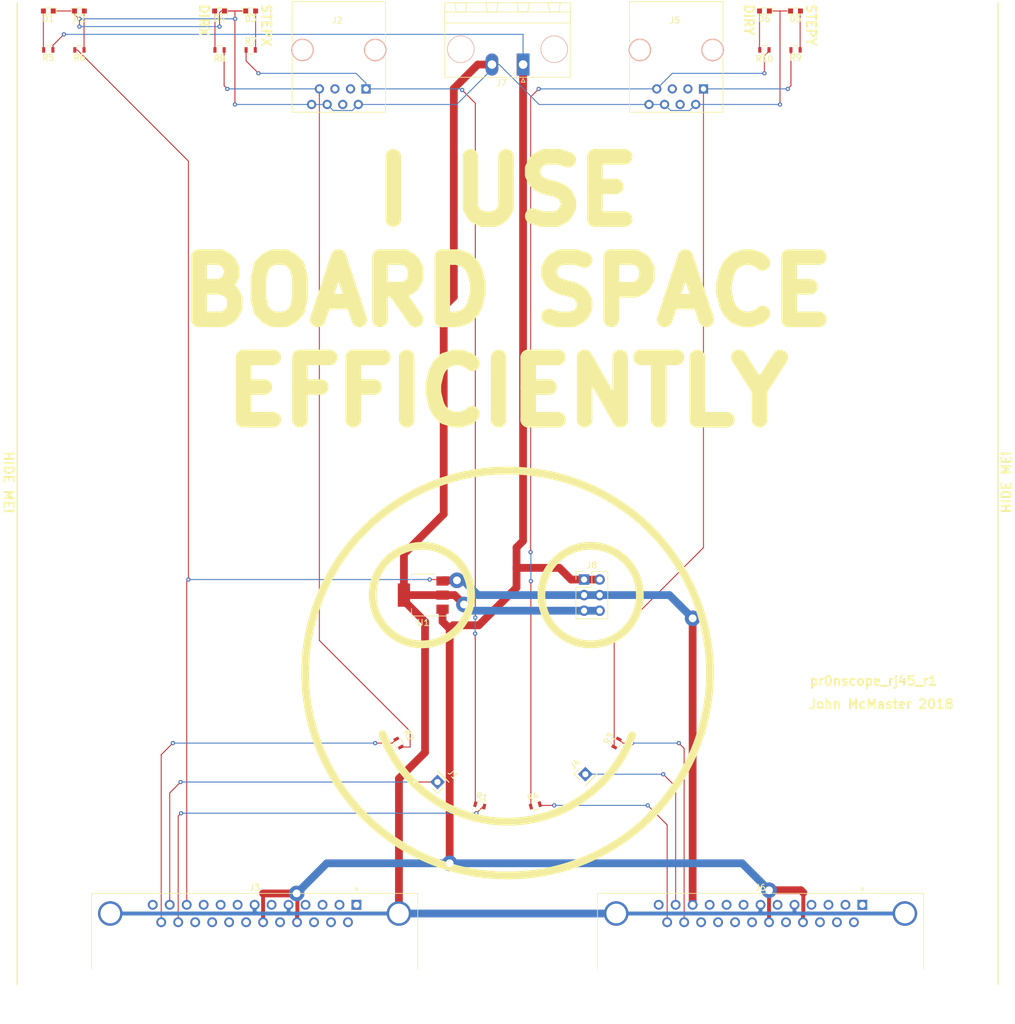
<source format=kicad_pcb>
(kicad_pcb (version 4) (host pcbnew 4.0.7-e2-6376~58~ubuntu16.04.1)

  (general
    (links 57)
    (no_connects 0)
    (area 25.193 24.722599 190.707 192.0574)
    (thickness 1.6)
    (drawings 19)
    (tracks 257)
    (zones 0)
    (modules 25)
    (nets 60)
  )

  (page A4)
  (layers
    (0 F.Cu signal)
    (31 B.Cu signal)
    (32 B.Adhes user)
    (33 F.Adhes user)
    (34 B.Paste user)
    (35 F.Paste user)
    (36 B.SilkS user)
    (37 F.SilkS user)
    (38 B.Mask user)
    (39 F.Mask user)
    (40 Dwgs.User user)
    (41 Cmts.User user)
    (42 Eco1.User user)
    (43 Eco2.User user)
    (44 Edge.Cuts user)
    (45 Margin user)
    (46 B.CrtYd user)
    (47 F.CrtYd user)
    (48 B.Fab user)
    (49 F.Fab user)
  )

  (setup
    (last_trace_width 1.27)
    (user_trace_width 0.1524)
    (user_trace_width 0.635)
    (user_trace_width 1.27)
    (trace_clearance 0.1524)
    (zone_clearance 0.508)
    (zone_45_only no)
    (trace_min 0.1524)
    (segment_width 0.2)
    (edge_width 0.00254)
    (via_size 0.6858)
    (via_drill 0.3302)
    (via_min_size 0.508)
    (via_min_drill 0.254)
    (user_via 0.6858 0.3302)
    (user_via 5.08 2.54)
    (uvia_size 0.6858)
    (uvia_drill 0.3302)
    (uvias_allowed no)
    (uvia_min_size 0)
    (uvia_min_drill 0)
    (pcb_text_width 0.3)
    (pcb_text_size 1.5 1.5)
    (mod_edge_width 0.15)
    (mod_text_size 1 1)
    (mod_text_width 0.15)
    (pad_size 3.175 3.175)
    (pad_drill 3.175)
    (pad_to_mask_clearance 0)
    (aux_axis_origin 0 0)
    (visible_elements 7FFFFFFF)
    (pcbplotparams
      (layerselection 0x010f0_80000001)
      (usegerberextensions false)
      (excludeedgelayer true)
      (linewidth 0.100000)
      (plotframeref false)
      (viasonmask false)
      (mode 1)
      (useauxorigin false)
      (hpglpennumber 1)
      (hpglpenspeed 20)
      (hpglpendiameter 15)
      (hpglpenoverlay 2)
      (psnegative false)
      (psa4output false)
      (plotreference true)
      (plotvalue true)
      (plotinvisibletext false)
      (padsonsilk false)
      (subtractmaskfromsilk false)
      (outputformat 1)
      (mirror false)
      (drillshape 0)
      (scaleselection 1)
      (outputdirectory plot))
  )

  (net 0 "")
  (net 1 "Net-(D1-Pad2)")
  (net 2 GND)
  (net 3 "Net-(D2-Pad2)")
  (net 4 "Net-(D3-Pad2)")
  (net 5 "Net-(D4-Pad2)")
  (net 6 "Net-(D5-Pad2)")
  (net 7 "Net-(D6-Pad2)")
  (net 8 "Net-(J1-Pad1)")
  (net 9 "Net-(J2-Pad1)")
  (net 10 "Net-(J2-Pad3)")
  (net 11 "Net-(J2-Pad4)")
  (net 12 "Net-(J2-Pad5)")
  (net 13 "Net-(J2-Pad7)")
  (net 14 "Net-(J3-Pad1)")
  (net 15 "Net-(J3-Pad2)")
  (net 16 "Net-(J3-Pad3)")
  (net 17 "Net-(J3-Pad4)")
  (net 18 "Net-(J3-Pad6)")
  (net 19 "Net-(J3-Pad8)")
  (net 20 "Net-(J3-Pad9)")
  (net 21 "Net-(J3-Pad10)")
  (net 22 +5V)
  (net 23 "Net-(J3-Pad13)")
  (net 24 "Net-(J3-Pad14)")
  (net 25 "Net-(J3-Pad15)")
  (net 26 "Net-(J3-Pad16)")
  (net 27 VDD)
  (net 28 "Net-(J3-Pad18)")
  (net 29 "Net-(J3-Pad20)")
  (net 30 "Net-(J3-Pad21)")
  (net 31 "Net-(J3-Pad22)")
  (net 32 "Net-(J3-Pad23)")
  (net 33 "Net-(J3-Pad24)")
  (net 34 "Net-(J3-Pad25)")
  (net 35 "Net-(J4-Pad1)")
  (net 36 "Net-(J5-Pad1)")
  (net 37 "Net-(J5-Pad3)")
  (net 38 "Net-(J5-Pad4)")
  (net 39 "Net-(J5-Pad5)")
  (net 40 "Net-(J5-Pad7)")
  (net 41 "Net-(J6-Pad1)")
  (net 42 "Net-(J6-Pad2)")
  (net 43 "Net-(J6-Pad3)")
  (net 44 "Net-(J6-Pad4)")
  (net 45 "Net-(J6-Pad6)")
  (net 46 "Net-(J6-Pad8)")
  (net 47 "Net-(J6-Pad9)")
  (net 48 "Net-(J6-Pad10)")
  (net 49 "Net-(J6-Pad13)")
  (net 50 "Net-(J6-Pad14)")
  (net 51 "Net-(J6-Pad15)")
  (net 52 "Net-(J6-Pad16)")
  (net 53 "Net-(J6-Pad18)")
  (net 54 "Net-(J6-Pad20)")
  (net 55 "Net-(J6-Pad21)")
  (net 56 "Net-(J6-Pad22)")
  (net 57 "Net-(J6-Pad23)")
  (net 58 "Net-(J6-Pad24)")
  (net 59 "Net-(J6-Pad25)")

  (net_class Default "To jest domyślna klasa połączeń."
    (clearance 0.1524)
    (trace_width 0.1524)
    (via_dia 0.6858)
    (via_drill 0.3302)
    (uvia_dia 0.6858)
    (uvia_drill 0.3302)
    (add_net +5V)
    (add_net GND)
    (add_net "Net-(D1-Pad2)")
    (add_net "Net-(D2-Pad2)")
    (add_net "Net-(D3-Pad2)")
    (add_net "Net-(D4-Pad2)")
    (add_net "Net-(D5-Pad2)")
    (add_net "Net-(D6-Pad2)")
    (add_net "Net-(J1-Pad1)")
    (add_net "Net-(J2-Pad1)")
    (add_net "Net-(J2-Pad3)")
    (add_net "Net-(J2-Pad4)")
    (add_net "Net-(J2-Pad5)")
    (add_net "Net-(J2-Pad7)")
    (add_net "Net-(J3-Pad1)")
    (add_net "Net-(J3-Pad10)")
    (add_net "Net-(J3-Pad13)")
    (add_net "Net-(J3-Pad14)")
    (add_net "Net-(J3-Pad15)")
    (add_net "Net-(J3-Pad16)")
    (add_net "Net-(J3-Pad18)")
    (add_net "Net-(J3-Pad2)")
    (add_net "Net-(J3-Pad20)")
    (add_net "Net-(J3-Pad21)")
    (add_net "Net-(J3-Pad22)")
    (add_net "Net-(J3-Pad23)")
    (add_net "Net-(J3-Pad24)")
    (add_net "Net-(J3-Pad25)")
    (add_net "Net-(J3-Pad3)")
    (add_net "Net-(J3-Pad4)")
    (add_net "Net-(J3-Pad6)")
    (add_net "Net-(J3-Pad8)")
    (add_net "Net-(J3-Pad9)")
    (add_net "Net-(J4-Pad1)")
    (add_net "Net-(J5-Pad1)")
    (add_net "Net-(J5-Pad3)")
    (add_net "Net-(J5-Pad4)")
    (add_net "Net-(J5-Pad5)")
    (add_net "Net-(J5-Pad7)")
    (add_net "Net-(J6-Pad1)")
    (add_net "Net-(J6-Pad10)")
    (add_net "Net-(J6-Pad13)")
    (add_net "Net-(J6-Pad14)")
    (add_net "Net-(J6-Pad15)")
    (add_net "Net-(J6-Pad16)")
    (add_net "Net-(J6-Pad18)")
    (add_net "Net-(J6-Pad2)")
    (add_net "Net-(J6-Pad20)")
    (add_net "Net-(J6-Pad21)")
    (add_net "Net-(J6-Pad22)")
    (add_net "Net-(J6-Pad23)")
    (add_net "Net-(J6-Pad24)")
    (add_net "Net-(J6-Pad25)")
    (add_net "Net-(J6-Pad3)")
    (add_net "Net-(J6-Pad4)")
    (add_net "Net-(J6-Pad6)")
    (add_net "Net-(J6-Pad8)")
    (add_net "Net-(J6-Pad9)")
    (add_net VDD)
  )

  (module LEDs:LED_0603 (layer F.Cu) (tedit 57FE93A5) (tstamp 5B12EB23)
    (at 33.02 26.67 180)
    (descr "LED 0603 smd package")
    (tags "LED led 0603 SMD smd SMT smt smdled SMDLED smtled SMTLED")
    (path /5B12AE69)
    (attr smd)
    (fp_text reference D1 (at 0 -1.25 180) (layer F.SilkS)
      (effects (font (size 1 1) (thickness 0.15)))
    )
    (fp_text value LED (at 0 -1.27 180) (layer F.Fab)
      (effects (font (size 1 1) (thickness 0.15)))
    )
    (fp_line (start -1.3 -0.5) (end -1.3 0.5) (layer F.SilkS) (width 0.12))
    (fp_line (start -0.2 -0.2) (end -0.2 0.2) (layer F.Fab) (width 0.1))
    (fp_line (start -0.15 0) (end 0.15 -0.2) (layer F.Fab) (width 0.1))
    (fp_line (start 0.15 0.2) (end -0.15 0) (layer F.Fab) (width 0.1))
    (fp_line (start 0.15 -0.2) (end 0.15 0.2) (layer F.Fab) (width 0.1))
    (fp_line (start 0.8 0.4) (end -0.8 0.4) (layer F.Fab) (width 0.1))
    (fp_line (start 0.8 -0.4) (end 0.8 0.4) (layer F.Fab) (width 0.1))
    (fp_line (start -0.8 -0.4) (end 0.8 -0.4) (layer F.Fab) (width 0.1))
    (fp_line (start -0.8 0.4) (end -0.8 -0.4) (layer F.Fab) (width 0.1))
    (fp_line (start -1.3 0.5) (end 0.8 0.5) (layer F.SilkS) (width 0.12))
    (fp_line (start -1.3 -0.5) (end 0.8 -0.5) (layer F.SilkS) (width 0.12))
    (fp_line (start 1.45 -0.65) (end 1.45 0.65) (layer F.CrtYd) (width 0.05))
    (fp_line (start 1.45 0.65) (end -1.45 0.65) (layer F.CrtYd) (width 0.05))
    (fp_line (start -1.45 0.65) (end -1.45 -0.65) (layer F.CrtYd) (width 0.05))
    (fp_line (start -1.45 -0.65) (end 1.45 -0.65) (layer F.CrtYd) (width 0.05))
    (pad 2 smd rect (at 0.8 0) (size 0.8 0.8) (layers F.Cu F.Paste F.Mask)
      (net 1 "Net-(D1-Pad2)"))
    (pad 1 smd rect (at -0.8 0) (size 0.8 0.8) (layers F.Cu F.Paste F.Mask)
      (net 2 GND))
    (model ${KISYS3DMOD}/LEDs.3dshapes/LED_0603.wrl
      (at (xyz 0 0 0))
      (scale (xyz 1 1 1))
      (rotate (xyz 0 0 180))
    )
  )

  (module LEDs:LED_0603 (layer F.Cu) (tedit 57FE93A5) (tstamp 5B12EB29)
    (at 38.1 26.67)
    (descr "LED 0603 smd package")
    (tags "LED led 0603 SMD smd SMT smt smdled SMDLED smtled SMTLED")
    (path /5B12B01E)
    (attr smd)
    (fp_text reference D2 (at 0 1.27) (layer F.SilkS)
      (effects (font (size 1 1) (thickness 0.15)))
    )
    (fp_text value LED (at 0 1.35) (layer F.Fab)
      (effects (font (size 1 1) (thickness 0.15)))
    )
    (fp_line (start -1.3 -0.5) (end -1.3 0.5) (layer F.SilkS) (width 0.12))
    (fp_line (start -0.2 -0.2) (end -0.2 0.2) (layer F.Fab) (width 0.1))
    (fp_line (start -0.15 0) (end 0.15 -0.2) (layer F.Fab) (width 0.1))
    (fp_line (start 0.15 0.2) (end -0.15 0) (layer F.Fab) (width 0.1))
    (fp_line (start 0.15 -0.2) (end 0.15 0.2) (layer F.Fab) (width 0.1))
    (fp_line (start 0.8 0.4) (end -0.8 0.4) (layer F.Fab) (width 0.1))
    (fp_line (start 0.8 -0.4) (end 0.8 0.4) (layer F.Fab) (width 0.1))
    (fp_line (start -0.8 -0.4) (end 0.8 -0.4) (layer F.Fab) (width 0.1))
    (fp_line (start -0.8 0.4) (end -0.8 -0.4) (layer F.Fab) (width 0.1))
    (fp_line (start -1.3 0.5) (end 0.8 0.5) (layer F.SilkS) (width 0.12))
    (fp_line (start -1.3 -0.5) (end 0.8 -0.5) (layer F.SilkS) (width 0.12))
    (fp_line (start 1.45 -0.65) (end 1.45 0.65) (layer F.CrtYd) (width 0.05))
    (fp_line (start 1.45 0.65) (end -1.45 0.65) (layer F.CrtYd) (width 0.05))
    (fp_line (start -1.45 0.65) (end -1.45 -0.65) (layer F.CrtYd) (width 0.05))
    (fp_line (start -1.45 -0.65) (end 1.45 -0.65) (layer F.CrtYd) (width 0.05))
    (pad 2 smd rect (at 0.8 0 180) (size 0.8 0.8) (layers F.Cu F.Paste F.Mask)
      (net 3 "Net-(D2-Pad2)"))
    (pad 1 smd rect (at -0.8 0 180) (size 0.8 0.8) (layers F.Cu F.Paste F.Mask)
      (net 2 GND))
    (model ${KISYS3DMOD}/LEDs.3dshapes/LED_0603.wrl
      (at (xyz 0 0 0))
      (scale (xyz 1 1 1))
      (rotate (xyz 0 0 180))
    )
  )

  (module LEDs:LED_0603 (layer F.Cu) (tedit 57FE93A5) (tstamp 5B12EB2F)
    (at 66.04 26.67)
    (descr "LED 0603 smd package")
    (tags "LED led 0603 SMD smd SMT smt smdled SMDLED smtled SMTLED")
    (path /5B12BB0C)
    (attr smd)
    (fp_text reference D3 (at 0 1.27) (layer F.SilkS)
      (effects (font (size 1 1) (thickness 0.15)))
    )
    (fp_text value LED (at 0 1.27) (layer F.Fab)
      (effects (font (size 1 1) (thickness 0.15)))
    )
    (fp_line (start -1.3 -0.5) (end -1.3 0.5) (layer F.SilkS) (width 0.12))
    (fp_line (start -0.2 -0.2) (end -0.2 0.2) (layer F.Fab) (width 0.1))
    (fp_line (start -0.15 0) (end 0.15 -0.2) (layer F.Fab) (width 0.1))
    (fp_line (start 0.15 0.2) (end -0.15 0) (layer F.Fab) (width 0.1))
    (fp_line (start 0.15 -0.2) (end 0.15 0.2) (layer F.Fab) (width 0.1))
    (fp_line (start 0.8 0.4) (end -0.8 0.4) (layer F.Fab) (width 0.1))
    (fp_line (start 0.8 -0.4) (end 0.8 0.4) (layer F.Fab) (width 0.1))
    (fp_line (start -0.8 -0.4) (end 0.8 -0.4) (layer F.Fab) (width 0.1))
    (fp_line (start -0.8 0.4) (end -0.8 -0.4) (layer F.Fab) (width 0.1))
    (fp_line (start -1.3 0.5) (end 0.8 0.5) (layer F.SilkS) (width 0.12))
    (fp_line (start -1.3 -0.5) (end 0.8 -0.5) (layer F.SilkS) (width 0.12))
    (fp_line (start 1.45 -0.65) (end 1.45 0.65) (layer F.CrtYd) (width 0.05))
    (fp_line (start 1.45 0.65) (end -1.45 0.65) (layer F.CrtYd) (width 0.05))
    (fp_line (start -1.45 0.65) (end -1.45 -0.65) (layer F.CrtYd) (width 0.05))
    (fp_line (start -1.45 -0.65) (end 1.45 -0.65) (layer F.CrtYd) (width 0.05))
    (pad 2 smd rect (at 0.8 0 180) (size 0.8 0.8) (layers F.Cu F.Paste F.Mask)
      (net 4 "Net-(D3-Pad2)"))
    (pad 1 smd rect (at -0.8 0 180) (size 0.8 0.8) (layers F.Cu F.Paste F.Mask)
      (net 2 GND))
    (model ${KISYS3DMOD}/LEDs.3dshapes/LED_0603.wrl
      (at (xyz 0 0 0))
      (scale (xyz 1 1 1))
      (rotate (xyz 0 0 180))
    )
  )

  (module LEDs:LED_0603 (layer F.Cu) (tedit 57FE93A5) (tstamp 5B12EB35)
    (at 60.96 26.67 180)
    (descr "LED 0603 smd package")
    (tags "LED led 0603 SMD smd SMT smt smdled SMDLED smtled SMTLED")
    (path /5B12B8D8)
    (attr smd)
    (fp_text reference D4 (at 0 -1.25 180) (layer F.SilkS)
      (effects (font (size 1 1) (thickness 0.15)))
    )
    (fp_text value LED (at 0 -1.27 180) (layer F.Fab)
      (effects (font (size 1 1) (thickness 0.15)))
    )
    (fp_line (start -1.3 -0.5) (end -1.3 0.5) (layer F.SilkS) (width 0.12))
    (fp_line (start -0.2 -0.2) (end -0.2 0.2) (layer F.Fab) (width 0.1))
    (fp_line (start -0.15 0) (end 0.15 -0.2) (layer F.Fab) (width 0.1))
    (fp_line (start 0.15 0.2) (end -0.15 0) (layer F.Fab) (width 0.1))
    (fp_line (start 0.15 -0.2) (end 0.15 0.2) (layer F.Fab) (width 0.1))
    (fp_line (start 0.8 0.4) (end -0.8 0.4) (layer F.Fab) (width 0.1))
    (fp_line (start 0.8 -0.4) (end 0.8 0.4) (layer F.Fab) (width 0.1))
    (fp_line (start -0.8 -0.4) (end 0.8 -0.4) (layer F.Fab) (width 0.1))
    (fp_line (start -0.8 0.4) (end -0.8 -0.4) (layer F.Fab) (width 0.1))
    (fp_line (start -1.3 0.5) (end 0.8 0.5) (layer F.SilkS) (width 0.12))
    (fp_line (start -1.3 -0.5) (end 0.8 -0.5) (layer F.SilkS) (width 0.12))
    (fp_line (start 1.45 -0.65) (end 1.45 0.65) (layer F.CrtYd) (width 0.05))
    (fp_line (start 1.45 0.65) (end -1.45 0.65) (layer F.CrtYd) (width 0.05))
    (fp_line (start -1.45 0.65) (end -1.45 -0.65) (layer F.CrtYd) (width 0.05))
    (fp_line (start -1.45 -0.65) (end 1.45 -0.65) (layer F.CrtYd) (width 0.05))
    (pad 2 smd rect (at 0.8 0) (size 0.8 0.8) (layers F.Cu F.Paste F.Mask)
      (net 5 "Net-(D4-Pad2)"))
    (pad 1 smd rect (at -0.8 0) (size 0.8 0.8) (layers F.Cu F.Paste F.Mask)
      (net 2 GND))
    (model ${KISYS3DMOD}/LEDs.3dshapes/LED_0603.wrl
      (at (xyz 0 0 0))
      (scale (xyz 1 1 1))
      (rotate (xyz 0 0 180))
    )
  )

  (module LEDs:LED_0603 (layer F.Cu) (tedit 57FE93A5) (tstamp 5B12EB3B)
    (at 154.94 26.67)
    (descr "LED 0603 smd package")
    (tags "LED led 0603 SMD smd SMT smt smdled SMDLED smtled SMTLED")
    (path /5B12BD22)
    (attr smd)
    (fp_text reference D5 (at 0 1.27) (layer F.SilkS)
      (effects (font (size 1 1) (thickness 0.15)))
    )
    (fp_text value LED (at 0 1.35) (layer F.Fab)
      (effects (font (size 1 1) (thickness 0.15)))
    )
    (fp_line (start -1.3 -0.5) (end -1.3 0.5) (layer F.SilkS) (width 0.12))
    (fp_line (start -0.2 -0.2) (end -0.2 0.2) (layer F.Fab) (width 0.1))
    (fp_line (start -0.15 0) (end 0.15 -0.2) (layer F.Fab) (width 0.1))
    (fp_line (start 0.15 0.2) (end -0.15 0) (layer F.Fab) (width 0.1))
    (fp_line (start 0.15 -0.2) (end 0.15 0.2) (layer F.Fab) (width 0.1))
    (fp_line (start 0.8 0.4) (end -0.8 0.4) (layer F.Fab) (width 0.1))
    (fp_line (start 0.8 -0.4) (end 0.8 0.4) (layer F.Fab) (width 0.1))
    (fp_line (start -0.8 -0.4) (end 0.8 -0.4) (layer F.Fab) (width 0.1))
    (fp_line (start -0.8 0.4) (end -0.8 -0.4) (layer F.Fab) (width 0.1))
    (fp_line (start -1.3 0.5) (end 0.8 0.5) (layer F.SilkS) (width 0.12))
    (fp_line (start -1.3 -0.5) (end 0.8 -0.5) (layer F.SilkS) (width 0.12))
    (fp_line (start 1.45 -0.65) (end 1.45 0.65) (layer F.CrtYd) (width 0.05))
    (fp_line (start 1.45 0.65) (end -1.45 0.65) (layer F.CrtYd) (width 0.05))
    (fp_line (start -1.45 0.65) (end -1.45 -0.65) (layer F.CrtYd) (width 0.05))
    (fp_line (start -1.45 -0.65) (end 1.45 -0.65) (layer F.CrtYd) (width 0.05))
    (pad 2 smd rect (at 0.8 0 180) (size 0.8 0.8) (layers F.Cu F.Paste F.Mask)
      (net 6 "Net-(D5-Pad2)"))
    (pad 1 smd rect (at -0.8 0 180) (size 0.8 0.8) (layers F.Cu F.Paste F.Mask)
      (net 2 GND))
    (model ${KISYS3DMOD}/LEDs.3dshapes/LED_0603.wrl
      (at (xyz 0 0 0))
      (scale (xyz 1 1 1))
      (rotate (xyz 0 0 180))
    )
  )

  (module LEDs:LED_0603 (layer F.Cu) (tedit 57FE93A5) (tstamp 5B12EB41)
    (at 149.86 26.67 180)
    (descr "LED 0603 smd package")
    (tags "LED led 0603 SMD smd SMT smt smdled SMDLED smtled SMTLED")
    (path /5B12BD10)
    (attr smd)
    (fp_text reference D6 (at 0 -1.27 180) (layer F.SilkS)
      (effects (font (size 1 1) (thickness 0.15)))
    )
    (fp_text value LED (at 0 -1.27 180) (layer F.Fab)
      (effects (font (size 1 1) (thickness 0.15)))
    )
    (fp_line (start -1.3 -0.5) (end -1.3 0.5) (layer F.SilkS) (width 0.12))
    (fp_line (start -0.2 -0.2) (end -0.2 0.2) (layer F.Fab) (width 0.1))
    (fp_line (start -0.15 0) (end 0.15 -0.2) (layer F.Fab) (width 0.1))
    (fp_line (start 0.15 0.2) (end -0.15 0) (layer F.Fab) (width 0.1))
    (fp_line (start 0.15 -0.2) (end 0.15 0.2) (layer F.Fab) (width 0.1))
    (fp_line (start 0.8 0.4) (end -0.8 0.4) (layer F.Fab) (width 0.1))
    (fp_line (start 0.8 -0.4) (end 0.8 0.4) (layer F.Fab) (width 0.1))
    (fp_line (start -0.8 -0.4) (end 0.8 -0.4) (layer F.Fab) (width 0.1))
    (fp_line (start -0.8 0.4) (end -0.8 -0.4) (layer F.Fab) (width 0.1))
    (fp_line (start -1.3 0.5) (end 0.8 0.5) (layer F.SilkS) (width 0.12))
    (fp_line (start -1.3 -0.5) (end 0.8 -0.5) (layer F.SilkS) (width 0.12))
    (fp_line (start 1.45 -0.65) (end 1.45 0.65) (layer F.CrtYd) (width 0.05))
    (fp_line (start 1.45 0.65) (end -1.45 0.65) (layer F.CrtYd) (width 0.05))
    (fp_line (start -1.45 0.65) (end -1.45 -0.65) (layer F.CrtYd) (width 0.05))
    (fp_line (start -1.45 -0.65) (end 1.45 -0.65) (layer F.CrtYd) (width 0.05))
    (pad 2 smd rect (at 0.8 0) (size 0.8 0.8) (layers F.Cu F.Paste F.Mask)
      (net 7 "Net-(D6-Pad2)"))
    (pad 1 smd rect (at -0.8 0) (size 0.8 0.8) (layers F.Cu F.Paste F.Mask)
      (net 2 GND))
    (model ${KISYS3DMOD}/LEDs.3dshapes/LED_0603.wrl
      (at (xyz 0 0 0))
      (scale (xyz 1 1 1))
      (rotate (xyz 0 0 180))
    )
  )

  (module Connectors:RJ45_8 (layer F.Cu) (tedit 0) (tstamp 5B12EB61)
    (at 84.87 39.37 180)
    (tags RJ45)
    (path /5B125218)
    (fp_text reference J2 (at 4.7 11.18 180) (layer F.SilkS)
      (effects (font (size 1 1) (thickness 0.15)))
    )
    (fp_text value RJ45-index (at 4.59 6.25 180) (layer F.Fab)
      (effects (font (size 1 1) (thickness 0.15)))
    )
    (fp_line (start -3.17 14.22) (end 12.07 14.22) (layer F.SilkS) (width 0.12))
    (fp_line (start 12.07 -3.81) (end 12.06 5.18) (layer F.SilkS) (width 0.12))
    (fp_line (start 12.07 -3.81) (end -3.17 -3.81) (layer F.SilkS) (width 0.12))
    (fp_line (start -3.17 -3.81) (end -3.17 5.19) (layer F.SilkS) (width 0.12))
    (fp_line (start 12.06 7.52) (end 12.07 14.22) (layer F.SilkS) (width 0.12))
    (fp_line (start -3.17 7.51) (end -3.17 14.22) (layer F.SilkS) (width 0.12))
    (fp_line (start -3.56 -4.06) (end 12.46 -4.06) (layer F.CrtYd) (width 0.05))
    (fp_line (start -3.56 -4.06) (end -3.56 14.47) (layer F.CrtYd) (width 0.05))
    (fp_line (start 12.46 14.47) (end 12.46 -4.06) (layer F.CrtYd) (width 0.05))
    (fp_line (start 12.46 14.47) (end -3.56 14.47) (layer F.CrtYd) (width 0.05))
    (pad Hole np_thru_hole circle (at 10.38 6.35 180) (size 3.65 3.65) (drill 3.25) (layers *.Cu *.SilkS *.Mask))
    (pad Hole np_thru_hole circle (at -1.49 6.35 180) (size 3.65 3.65) (drill 3.25) (layers *.Cu *.SilkS *.Mask))
    (pad 1 thru_hole rect (at 0 0 180) (size 1.5 1.5) (drill 0.9) (layers *.Cu *.Mask)
      (net 9 "Net-(J2-Pad1)"))
    (pad 2 thru_hole circle (at 1.27 -2.54 180) (size 1.5 1.5) (drill 0.9) (layers *.Cu *.Mask)
      (net 2 GND))
    (pad 3 thru_hole circle (at 2.54 0 180) (size 1.5 1.5) (drill 0.9) (layers *.Cu *.Mask)
      (net 10 "Net-(J2-Pad3)"))
    (pad 4 thru_hole circle (at 3.81 -2.54 180) (size 1.5 1.5) (drill 0.9) (layers *.Cu *.Mask)
      (net 11 "Net-(J2-Pad4)"))
    (pad 5 thru_hole circle (at 5.08 0 180) (size 1.5 1.5) (drill 0.9) (layers *.Cu *.Mask)
      (net 12 "Net-(J2-Pad5)"))
    (pad 6 thru_hole circle (at 6.35 -2.54 180) (size 1.5 1.5) (drill 0.9) (layers *.Cu *.Mask)
      (net 2 GND))
    (pad 7 thru_hole circle (at 7.62 0 180) (size 1.5 1.5) (drill 0.9) (layers *.Cu *.Mask)
      (net 13 "Net-(J2-Pad7)"))
    (pad 8 thru_hole circle (at 8.89 -2.54 180) (size 1.5 1.5) (drill 0.9) (layers *.Cu *.Mask)
      (net 2 GND))
    (model ${KISYS3DMOD}/Connectors.3dshapes/RJ45_8.wrl
      (at (xyz 0.18 -0.25 0))
      (scale (xyz 0.4 0.4 0.4))
      (rotate (xyz 0 0 0))
    )
  )

  (module Connectors_DSub:DSUB-25_Female_Horizontal_Pitch2.77x2.84mm_EdgePinOffset7.70mm_Housed_MountingHolesOffset9.12mm (layer F.Cu) (tedit 59F2C3AB) (tstamp 5B12EB80)
    (at 83.3 172.42)
    (descr "25-pin D-Sub connector, horizontal/angled (90 deg), THT-mount, female, pitch 2.77x2.84mm, pin-PCB-offset 7.699999999999999mm, distance of mounting holes 47.1mm, distance of mounting holes to PCB edge 9.12mm, see https://disti-assets.s3.amazonaws.com/tonar/files/datasheets/16730.pdf")
    (tags "25-pin D-Sub connector horizontal angled 90deg THT female pitch 2.77x2.84mm pin-PCB-offset 7.699999999999999mm mounting-holes-distance 47.1mm mounting-hole-offset 47.1mm")
    (path /5B127AA7)
    (fp_text reference J3 (at -16.62 -2.8) (layer F.SilkS)
      (effects (font (size 1 1) (thickness 0.15)))
    )
    (fp_text value pr0nscope_db25f_gnd (at -16.62 18.61) (layer F.Fab)
      (effects (font (size 1 1) (thickness 0.15)))
    )
    (fp_arc (start -40.17 1.42) (end -41.77 1.42) (angle 180) (layer F.Fab) (width 0.1))
    (fp_arc (start 6.93 1.42) (end 5.33 1.42) (angle 180) (layer F.Fab) (width 0.1))
    (fp_line (start -43.17 -1.8) (end -43.17 10.54) (layer F.Fab) (width 0.1))
    (fp_line (start -43.17 10.54) (end 9.93 10.54) (layer F.Fab) (width 0.1))
    (fp_line (start 9.93 10.54) (end 9.93 -1.8) (layer F.Fab) (width 0.1))
    (fp_line (start 9.93 -1.8) (end -43.17 -1.8) (layer F.Fab) (width 0.1))
    (fp_line (start -43.17 10.54) (end -43.17 10.94) (layer F.Fab) (width 0.1))
    (fp_line (start -43.17 10.94) (end 9.93 10.94) (layer F.Fab) (width 0.1))
    (fp_line (start 9.93 10.94) (end 9.93 10.54) (layer F.Fab) (width 0.1))
    (fp_line (start 9.93 10.54) (end -43.17 10.54) (layer F.Fab) (width 0.1))
    (fp_line (start -35.77 10.94) (end -35.77 17.11) (layer F.Fab) (width 0.1))
    (fp_line (start -35.77 17.11) (end 2.53 17.11) (layer F.Fab) (width 0.1))
    (fp_line (start 2.53 17.11) (end 2.53 10.94) (layer F.Fab) (width 0.1))
    (fp_line (start 2.53 10.94) (end -35.77 10.94) (layer F.Fab) (width 0.1))
    (fp_line (start -42.67 10.94) (end -42.67 15.94) (layer F.Fab) (width 0.1))
    (fp_line (start -42.67 15.94) (end -37.67 15.94) (layer F.Fab) (width 0.1))
    (fp_line (start -37.67 15.94) (end -37.67 10.94) (layer F.Fab) (width 0.1))
    (fp_line (start -37.67 10.94) (end -42.67 10.94) (layer F.Fab) (width 0.1))
    (fp_line (start 4.43 10.94) (end 4.43 15.94) (layer F.Fab) (width 0.1))
    (fp_line (start 4.43 15.94) (end 9.43 15.94) (layer F.Fab) (width 0.1))
    (fp_line (start 9.43 15.94) (end 9.43 10.94) (layer F.Fab) (width 0.1))
    (fp_line (start 9.43 10.94) (end 4.43 10.94) (layer F.Fab) (width 0.1))
    (fp_line (start -41.77 10.54) (end -41.77 1.42) (layer F.Fab) (width 0.1))
    (fp_line (start -38.57 10.54) (end -38.57 1.42) (layer F.Fab) (width 0.1))
    (fp_line (start 5.33 10.54) (end 5.33 1.42) (layer F.Fab) (width 0.1))
    (fp_line (start 8.53 10.54) (end 8.53 1.42) (layer F.Fab) (width 0.1))
    (fp_line (start -43.23 10.48) (end -43.23 -1.86) (layer F.SilkS) (width 0.12))
    (fp_line (start -43.23 -1.86) (end 9.99 -1.86) (layer F.SilkS) (width 0.12))
    (fp_line (start 9.99 -1.86) (end 9.99 10.48) (layer F.SilkS) (width 0.12))
    (fp_line (start -0.25 -2.754338) (end 0.25 -2.754338) (layer F.SilkS) (width 0.12))
    (fp_line (start 0.25 -2.754338) (end 0 -2.321325) (layer F.SilkS) (width 0.12))
    (fp_line (start 0 -2.321325) (end -0.25 -2.754338) (layer F.SilkS) (width 0.12))
    (fp_line (start -43.7 -2.35) (end -43.7 17.65) (layer F.CrtYd) (width 0.05))
    (fp_line (start -43.7 17.65) (end 10.45 17.65) (layer F.CrtYd) (width 0.05))
    (fp_line (start 10.45 17.65) (end 10.45 -2.35) (layer F.CrtYd) (width 0.05))
    (fp_line (start 10.45 -2.35) (end -43.7 -2.35) (layer F.CrtYd) (width 0.05))
    (fp_text user %R (at -16.62 14.025) (layer F.Fab)
      (effects (font (size 1 1) (thickness 0.15)))
    )
    (pad 1 thru_hole rect (at 0 0) (size 1.6 1.6) (drill 1) (layers *.Cu *.Mask)
      (net 14 "Net-(J3-Pad1)"))
    (pad 2 thru_hole circle (at -2.77 0) (size 1.6 1.6) (drill 1) (layers *.Cu *.Mask)
      (net 15 "Net-(J3-Pad2)"))
    (pad 3 thru_hole circle (at -5.54 0) (size 1.6 1.6) (drill 1) (layers *.Cu *.Mask)
      (net 16 "Net-(J3-Pad3)"))
    (pad 4 thru_hole circle (at -8.31 0) (size 1.6 1.6) (drill 1) (layers *.Cu *.Mask)
      (net 17 "Net-(J3-Pad4)"))
    (pad 5 thru_hole circle (at -11.08 0) (size 1.6 1.6) (drill 1) (layers *.Cu *.Mask)
      (net 2 GND))
    (pad 6 thru_hole circle (at -13.85 0) (size 1.6 1.6) (drill 1) (layers *.Cu *.Mask)
      (net 18 "Net-(J3-Pad6)"))
    (pad 7 thru_hole circle (at -16.62 0) (size 1.6 1.6) (drill 1) (layers *.Cu *.Mask)
      (net 2 GND))
    (pad 8 thru_hole circle (at -19.39 0) (size 1.6 1.6) (drill 1) (layers *.Cu *.Mask)
      (net 19 "Net-(J3-Pad8)"))
    (pad 9 thru_hole circle (at -22.16 0) (size 1.6 1.6) (drill 1) (layers *.Cu *.Mask)
      (net 20 "Net-(J3-Pad9)"))
    (pad 10 thru_hole circle (at -24.93 0) (size 1.6 1.6) (drill 1) (layers *.Cu *.Mask)
      (net 21 "Net-(J3-Pad10)"))
    (pad 11 thru_hole circle (at -27.7 0) (size 1.6 1.6) (drill 1) (layers *.Cu *.Mask)
      (net 22 +5V))
    (pad 12 thru_hole circle (at -30.47 0) (size 1.6 1.6) (drill 1) (layers *.Cu *.Mask)
      (net 8 "Net-(J1-Pad1)"))
    (pad 13 thru_hole circle (at -33.24 0) (size 1.6 1.6) (drill 1) (layers *.Cu *.Mask)
      (net 23 "Net-(J3-Pad13)"))
    (pad 14 thru_hole circle (at -1.385 2.84) (size 1.6 1.6) (drill 1) (layers *.Cu *.Mask)
      (net 24 "Net-(J3-Pad14)"))
    (pad 15 thru_hole circle (at -4.155 2.84) (size 1.6 1.6) (drill 1) (layers *.Cu *.Mask)
      (net 25 "Net-(J3-Pad15)"))
    (pad 16 thru_hole circle (at -6.925 2.84) (size 1.6 1.6) (drill 1) (layers *.Cu *.Mask)
      (net 26 "Net-(J3-Pad16)"))
    (pad 17 thru_hole circle (at -9.695 2.84) (size 1.6 1.6) (drill 1) (layers *.Cu *.Mask)
      (net 27 VDD))
    (pad 18 thru_hole circle (at -12.465 2.84) (size 1.6 1.6) (drill 1) (layers *.Cu *.Mask)
      (net 28 "Net-(J3-Pad18)"))
    (pad 19 thru_hole circle (at -15.235 2.84) (size 1.6 1.6) (drill 1) (layers *.Cu *.Mask)
      (net 27 VDD))
    (pad 20 thru_hole circle (at -18.005 2.84) (size 1.6 1.6) (drill 1) (layers *.Cu *.Mask)
      (net 29 "Net-(J3-Pad20)"))
    (pad 21 thru_hole circle (at -20.775 2.84) (size 1.6 1.6) (drill 1) (layers *.Cu *.Mask)
      (net 30 "Net-(J3-Pad21)"))
    (pad 22 thru_hole circle (at -23.545 2.84) (size 1.6 1.6) (drill 1) (layers *.Cu *.Mask)
      (net 31 "Net-(J3-Pad22)"))
    (pad 23 thru_hole circle (at -26.315 2.84) (size 1.6 1.6) (drill 1) (layers *.Cu *.Mask)
      (net 32 "Net-(J3-Pad23)"))
    (pad 24 thru_hole circle (at -29.085 2.84) (size 1.6 1.6) (drill 1) (layers *.Cu *.Mask)
      (net 33 "Net-(J3-Pad24)"))
    (pad 25 thru_hole circle (at -31.855 2.84) (size 1.6 1.6) (drill 1) (layers *.Cu *.Mask)
      (net 34 "Net-(J3-Pad25)"))
    (pad 0 thru_hole circle (at -40.17 1.42) (size 4 4) (drill 3.2) (layers *.Cu *.Mask)
      (net 2 GND))
    (pad 0 thru_hole circle (at 6.93 1.42) (size 4 4) (drill 3.2) (layers *.Cu *.Mask)
      (net 2 GND))
    (model ${KISYS3DMOD}/Connectors_DSub.3dshapes/DSUB-25_Female_Horizontal_Pitch2.77x2.84mm_EdgePinOffset7.70mm_Housed_MountingHolesOffset9.12mm.wrl
      (at (xyz 0 0 0))
      (scale (xyz 1 1 1))
      (rotate (xyz 0 0 0))
    )
  )

  (module Connectors:RJ45_8 (layer F.Cu) (tedit 0) (tstamp 5B12EBA0)
    (at 139.916666 39.37 180)
    (tags RJ45)
    (path /5B129133)
    (fp_text reference J5 (at 4.7 11.18 180) (layer F.SilkS)
      (effects (font (size 1 1) (thickness 0.15)))
    )
    (fp_text value RJ45-index (at 4.59 6.25 180) (layer F.Fab)
      (effects (font (size 1 1) (thickness 0.15)))
    )
    (fp_line (start -3.17 14.22) (end 12.07 14.22) (layer F.SilkS) (width 0.12))
    (fp_line (start 12.07 -3.81) (end 12.06 5.18) (layer F.SilkS) (width 0.12))
    (fp_line (start 12.07 -3.81) (end -3.17 -3.81) (layer F.SilkS) (width 0.12))
    (fp_line (start -3.17 -3.81) (end -3.17 5.19) (layer F.SilkS) (width 0.12))
    (fp_line (start 12.06 7.52) (end 12.07 14.22) (layer F.SilkS) (width 0.12))
    (fp_line (start -3.17 7.51) (end -3.17 14.22) (layer F.SilkS) (width 0.12))
    (fp_line (start -3.56 -4.06) (end 12.46 -4.06) (layer F.CrtYd) (width 0.05))
    (fp_line (start -3.56 -4.06) (end -3.56 14.47) (layer F.CrtYd) (width 0.05))
    (fp_line (start 12.46 14.47) (end 12.46 -4.06) (layer F.CrtYd) (width 0.05))
    (fp_line (start 12.46 14.47) (end -3.56 14.47) (layer F.CrtYd) (width 0.05))
    (pad Hole np_thru_hole circle (at 10.38 6.35 180) (size 3.65 3.65) (drill 3.25) (layers *.Cu *.SilkS *.Mask))
    (pad Hole np_thru_hole circle (at -1.49 6.35 180) (size 3.65 3.65) (drill 3.25) (layers *.Cu *.SilkS *.Mask))
    (pad 1 thru_hole rect (at 0 0 180) (size 1.5 1.5) (drill 0.9) (layers *.Cu *.Mask)
      (net 36 "Net-(J5-Pad1)"))
    (pad 2 thru_hole circle (at 1.27 -2.54 180) (size 1.5 1.5) (drill 0.9) (layers *.Cu *.Mask)
      (net 2 GND))
    (pad 3 thru_hole circle (at 2.54 0 180) (size 1.5 1.5) (drill 0.9) (layers *.Cu *.Mask)
      (net 37 "Net-(J5-Pad3)"))
    (pad 4 thru_hole circle (at 3.81 -2.54 180) (size 1.5 1.5) (drill 0.9) (layers *.Cu *.Mask)
      (net 38 "Net-(J5-Pad4)"))
    (pad 5 thru_hole circle (at 5.08 0 180) (size 1.5 1.5) (drill 0.9) (layers *.Cu *.Mask)
      (net 39 "Net-(J5-Pad5)"))
    (pad 6 thru_hole circle (at 6.35 -2.54 180) (size 1.5 1.5) (drill 0.9) (layers *.Cu *.Mask)
      (net 2 GND))
    (pad 7 thru_hole circle (at 7.62 0 180) (size 1.5 1.5) (drill 0.9) (layers *.Cu *.Mask)
      (net 40 "Net-(J5-Pad7)"))
    (pad 8 thru_hole circle (at 8.89 -2.54 180) (size 1.5 1.5) (drill 0.9) (layers *.Cu *.Mask)
      (net 2 GND))
    (model ${KISYS3DMOD}/Connectors.3dshapes/RJ45_8.wrl
      (at (xyz 0.18 -0.25 0))
      (scale (xyz 0.4 0.4 0.4))
      (rotate (xyz 0 0 0))
    )
  )

  (module Connectors_DSub:DSUB-25_Female_Horizontal_Pitch2.77x2.84mm_EdgePinOffset7.70mm_Housed_MountingHolesOffset9.12mm (layer F.Cu) (tedit 59F2C3AB) (tstamp 5B12EBBF)
    (at 165.849998 172.42)
    (descr "25-pin D-Sub connector, horizontal/angled (90 deg), THT-mount, female, pitch 2.77x2.84mm, pin-PCB-offset 7.699999999999999mm, distance of mounting holes 47.1mm, distance of mounting holes to PCB edge 9.12mm, see https://disti-assets.s3.amazonaws.com/tonar/files/datasheets/16730.pdf")
    (tags "25-pin D-Sub connector horizontal angled 90deg THT female pitch 2.77x2.84mm pin-PCB-offset 7.699999999999999mm mounting-holes-distance 47.1mm mounting-hole-offset 47.1mm")
    (path /5B129139)
    (fp_text reference J6 (at -16.62 -2.8) (layer F.SilkS)
      (effects (font (size 1 1) (thickness 0.15)))
    )
    (fp_text value pr0nscope_db25f_gnd (at -16.62 18.61) (layer F.Fab)
      (effects (font (size 1 1) (thickness 0.15)))
    )
    (fp_arc (start -40.17 1.42) (end -41.77 1.42) (angle 180) (layer F.Fab) (width 0.1))
    (fp_arc (start 6.93 1.42) (end 5.33 1.42) (angle 180) (layer F.Fab) (width 0.1))
    (fp_line (start -43.17 -1.8) (end -43.17 10.54) (layer F.Fab) (width 0.1))
    (fp_line (start -43.17 10.54) (end 9.93 10.54) (layer F.Fab) (width 0.1))
    (fp_line (start 9.93 10.54) (end 9.93 -1.8) (layer F.Fab) (width 0.1))
    (fp_line (start 9.93 -1.8) (end -43.17 -1.8) (layer F.Fab) (width 0.1))
    (fp_line (start -43.17 10.54) (end -43.17 10.94) (layer F.Fab) (width 0.1))
    (fp_line (start -43.17 10.94) (end 9.93 10.94) (layer F.Fab) (width 0.1))
    (fp_line (start 9.93 10.94) (end 9.93 10.54) (layer F.Fab) (width 0.1))
    (fp_line (start 9.93 10.54) (end -43.17 10.54) (layer F.Fab) (width 0.1))
    (fp_line (start -35.77 10.94) (end -35.77 17.11) (layer F.Fab) (width 0.1))
    (fp_line (start -35.77 17.11) (end 2.53 17.11) (layer F.Fab) (width 0.1))
    (fp_line (start 2.53 17.11) (end 2.53 10.94) (layer F.Fab) (width 0.1))
    (fp_line (start 2.53 10.94) (end -35.77 10.94) (layer F.Fab) (width 0.1))
    (fp_line (start -42.67 10.94) (end -42.67 15.94) (layer F.Fab) (width 0.1))
    (fp_line (start -42.67 15.94) (end -37.67 15.94) (layer F.Fab) (width 0.1))
    (fp_line (start -37.67 15.94) (end -37.67 10.94) (layer F.Fab) (width 0.1))
    (fp_line (start -37.67 10.94) (end -42.67 10.94) (layer F.Fab) (width 0.1))
    (fp_line (start 4.43 10.94) (end 4.43 15.94) (layer F.Fab) (width 0.1))
    (fp_line (start 4.43 15.94) (end 9.43 15.94) (layer F.Fab) (width 0.1))
    (fp_line (start 9.43 15.94) (end 9.43 10.94) (layer F.Fab) (width 0.1))
    (fp_line (start 9.43 10.94) (end 4.43 10.94) (layer F.Fab) (width 0.1))
    (fp_line (start -41.77 10.54) (end -41.77 1.42) (layer F.Fab) (width 0.1))
    (fp_line (start -38.57 10.54) (end -38.57 1.42) (layer F.Fab) (width 0.1))
    (fp_line (start 5.33 10.54) (end 5.33 1.42) (layer F.Fab) (width 0.1))
    (fp_line (start 8.53 10.54) (end 8.53 1.42) (layer F.Fab) (width 0.1))
    (fp_line (start -43.23 10.48) (end -43.23 -1.86) (layer F.SilkS) (width 0.12))
    (fp_line (start -43.23 -1.86) (end 9.99 -1.86) (layer F.SilkS) (width 0.12))
    (fp_line (start 9.99 -1.86) (end 9.99 10.48) (layer F.SilkS) (width 0.12))
    (fp_line (start -0.25 -2.754338) (end 0.25 -2.754338) (layer F.SilkS) (width 0.12))
    (fp_line (start 0.25 -2.754338) (end 0 -2.321325) (layer F.SilkS) (width 0.12))
    (fp_line (start 0 -2.321325) (end -0.25 -2.754338) (layer F.SilkS) (width 0.12))
    (fp_line (start -43.7 -2.35) (end -43.7 17.65) (layer F.CrtYd) (width 0.05))
    (fp_line (start -43.7 17.65) (end 10.45 17.65) (layer F.CrtYd) (width 0.05))
    (fp_line (start 10.45 17.65) (end 10.45 -2.35) (layer F.CrtYd) (width 0.05))
    (fp_line (start 10.45 -2.35) (end -43.7 -2.35) (layer F.CrtYd) (width 0.05))
    (fp_text user %R (at -16.62 14.025) (layer F.Fab)
      (effects (font (size 1 1) (thickness 0.15)))
    )
    (pad 1 thru_hole rect (at 0 0) (size 1.6 1.6) (drill 1) (layers *.Cu *.Mask)
      (net 41 "Net-(J6-Pad1)"))
    (pad 2 thru_hole circle (at -2.77 0) (size 1.6 1.6) (drill 1) (layers *.Cu *.Mask)
      (net 42 "Net-(J6-Pad2)"))
    (pad 3 thru_hole circle (at -5.54 0) (size 1.6 1.6) (drill 1) (layers *.Cu *.Mask)
      (net 43 "Net-(J6-Pad3)"))
    (pad 4 thru_hole circle (at -8.31 0) (size 1.6 1.6) (drill 1) (layers *.Cu *.Mask)
      (net 44 "Net-(J6-Pad4)"))
    (pad 5 thru_hole circle (at -11.08 0) (size 1.6 1.6) (drill 1) (layers *.Cu *.Mask)
      (net 2 GND))
    (pad 6 thru_hole circle (at -13.85 0) (size 1.6 1.6) (drill 1) (layers *.Cu *.Mask)
      (net 45 "Net-(J6-Pad6)"))
    (pad 7 thru_hole circle (at -16.62 0) (size 1.6 1.6) (drill 1) (layers *.Cu *.Mask)
      (net 2 GND))
    (pad 8 thru_hole circle (at -19.39 0) (size 1.6 1.6) (drill 1) (layers *.Cu *.Mask)
      (net 46 "Net-(J6-Pad8)"))
    (pad 9 thru_hole circle (at -22.16 0) (size 1.6 1.6) (drill 1) (layers *.Cu *.Mask)
      (net 47 "Net-(J6-Pad9)"))
    (pad 10 thru_hole circle (at -24.93 0) (size 1.6 1.6) (drill 1) (layers *.Cu *.Mask)
      (net 48 "Net-(J6-Pad10)"))
    (pad 11 thru_hole circle (at -27.7 0) (size 1.6 1.6) (drill 1) (layers *.Cu *.Mask)
      (net 22 +5V))
    (pad 12 thru_hole circle (at -30.47 0) (size 1.6 1.6) (drill 1) (layers *.Cu *.Mask)
      (net 35 "Net-(J4-Pad1)"))
    (pad 13 thru_hole circle (at -33.24 0) (size 1.6 1.6) (drill 1) (layers *.Cu *.Mask)
      (net 49 "Net-(J6-Pad13)"))
    (pad 14 thru_hole circle (at -1.385 2.84) (size 1.6 1.6) (drill 1) (layers *.Cu *.Mask)
      (net 50 "Net-(J6-Pad14)"))
    (pad 15 thru_hole circle (at -4.155 2.84) (size 1.6 1.6) (drill 1) (layers *.Cu *.Mask)
      (net 51 "Net-(J6-Pad15)"))
    (pad 16 thru_hole circle (at -6.925 2.84) (size 1.6 1.6) (drill 1) (layers *.Cu *.Mask)
      (net 52 "Net-(J6-Pad16)"))
    (pad 17 thru_hole circle (at -9.695 2.84) (size 1.6 1.6) (drill 1) (layers *.Cu *.Mask)
      (net 27 VDD))
    (pad 18 thru_hole circle (at -12.465 2.84) (size 1.6 1.6) (drill 1) (layers *.Cu *.Mask)
      (net 53 "Net-(J6-Pad18)"))
    (pad 19 thru_hole circle (at -15.235 2.84) (size 1.6 1.6) (drill 1) (layers *.Cu *.Mask)
      (net 27 VDD))
    (pad 20 thru_hole circle (at -18.005 2.84) (size 1.6 1.6) (drill 1) (layers *.Cu *.Mask)
      (net 54 "Net-(J6-Pad20)"))
    (pad 21 thru_hole circle (at -20.775 2.84) (size 1.6 1.6) (drill 1) (layers *.Cu *.Mask)
      (net 55 "Net-(J6-Pad21)"))
    (pad 22 thru_hole circle (at -23.545 2.84) (size 1.6 1.6) (drill 1) (layers *.Cu *.Mask)
      (net 56 "Net-(J6-Pad22)"))
    (pad 23 thru_hole circle (at -26.315 2.84) (size 1.6 1.6) (drill 1) (layers *.Cu *.Mask)
      (net 57 "Net-(J6-Pad23)"))
    (pad 24 thru_hole circle (at -29.085 2.84) (size 1.6 1.6) (drill 1) (layers *.Cu *.Mask)
      (net 58 "Net-(J6-Pad24)"))
    (pad 25 thru_hole circle (at -31.855 2.84) (size 1.6 1.6) (drill 1) (layers *.Cu *.Mask)
      (net 59 "Net-(J6-Pad25)"))
    (pad 0 thru_hole circle (at -40.17 1.42) (size 4 4) (drill 3.2) (layers *.Cu *.Mask)
      (net 2 GND))
    (pad 0 thru_hole circle (at 6.93 1.42) (size 4 4) (drill 3.2) (layers *.Cu *.Mask)
      (net 2 GND))
    (model ${KISYS3DMOD}/Connectors_DSub.3dshapes/DSUB-25_Female_Horizontal_Pitch2.77x2.84mm_EdgePinOffset7.70mm_Housed_MountingHolesOffset9.12mm.wrl
      (at (xyz 0 0 0))
      (scale (xyz 1 1 1))
      (rotate (xyz 0 0 0))
    )
  )

  (module Connectors_Phoenix:PhoenixContact_MSTB-GF_02x5.08mm_Angled_ThreadedFlange_MountHole (layer F.Cu) (tedit 59566E5D) (tstamp 5B12EBC7)
    (at 110.483333 35.4 180)
    (descr "Generic Phoenix Contact connector footprint for series: MSTB-GF; number of pins: 02; pin pitch: 5.08mm; Angled; threaded flange; footprint includes mount hole for mounting screw: ISO 1481-ST 2.2x6.5 C or ISO 7049-ST 2.2x6.5 C (http://www.fasteners.eu/standards/ISO/7049/) || order number: 1776508 12A || order number: 1924088 16A (HC)")
    (tags "phoenix_contact connector MSTB_01x02_GF_5.08mm_MH")
    (path /5B1253D7)
    (fp_text reference J7 (at 3.54 -3 180) (layer F.SilkS)
      (effects (font (size 1 1) (thickness 0.15)))
    )
    (fp_text value Conn_01x02 (at 1.263333 8.709999 180) (layer F.Fab)
      (effects (font (size 1 1) (thickness 0.15)))
    )
    (fp_circle (center -5.08 2.5) (end -2.9 2.5) (layer B.SilkS) (width 0.12))
    (fp_circle (center 10.16 2.5) (end 12.34 2.5) (layer B.SilkS) (width 0.12))
    (fp_circle (center 10.16 2.5) (end 12.26 2.5) (layer B.Fab) (width 0.1))
    (fp_circle (center -5.08 2.5) (end -2.98 2.5) (layer B.Fab) (width 0.1))
    (fp_circle (center 10.16 2.5) (end 12.76 2.5) (layer B.CrtYd) (width 0.05))
    (fp_circle (center -5.08 2.5) (end -2.48 2.5) (layer B.CrtYd) (width 0.05))
    (fp_line (start -7.7 -2.08) (end -7.7 10.08) (layer F.SilkS) (width 0.12))
    (fp_line (start -7.7 10.08) (end 12.78 10.08) (layer F.SilkS) (width 0.12))
    (fp_line (start 12.78 10.08) (end 12.78 -2.08) (layer F.SilkS) (width 0.12))
    (fp_line (start 12.78 -2.08) (end -7.7 -2.08) (layer F.SilkS) (width 0.12))
    (fp_line (start -7.62 -2) (end -7.62 10) (layer F.Fab) (width 0.1))
    (fp_line (start -7.62 10) (end 12.7 10) (layer F.Fab) (width 0.1))
    (fp_line (start 12.7 10) (end 12.7 -2) (layer F.Fab) (width 0.1))
    (fp_line (start 12.7 -2) (end -7.62 -2) (layer F.Fab) (width 0.1))
    (fp_line (start -7.7 8.58) (end -7.7 6.78) (layer F.SilkS) (width 0.12))
    (fp_line (start -7.7 6.78) (end 12.78 6.78) (layer F.SilkS) (width 0.12))
    (fp_line (start 12.78 6.78) (end 12.78 8.58) (layer F.SilkS) (width 0.12))
    (fp_line (start 12.78 8.58) (end -7.7 8.58) (layer F.SilkS) (width 0.12))
    (fp_line (start -6.08 10.08) (end -4.08 10.08) (layer F.SilkS) (width 0.12))
    (fp_line (start -4.08 10.08) (end -4.33 8.58) (layer F.SilkS) (width 0.12))
    (fp_line (start -4.33 8.58) (end -5.83 8.58) (layer F.SilkS) (width 0.12))
    (fp_line (start -5.83 8.58) (end -6.08 10.08) (layer F.SilkS) (width 0.12))
    (fp_line (start 9.16 10.08) (end 11.16 10.08) (layer F.SilkS) (width 0.12))
    (fp_line (start 11.16 10.08) (end 10.91 8.58) (layer F.SilkS) (width 0.12))
    (fp_line (start 10.91 8.58) (end 9.41 8.58) (layer F.SilkS) (width 0.12))
    (fp_line (start 9.41 8.58) (end 9.16 10.08) (layer F.SilkS) (width 0.12))
    (fp_line (start -1 10.08) (end 1 10.08) (layer F.SilkS) (width 0.12))
    (fp_line (start 1 10.08) (end 0.75 8.58) (layer F.SilkS) (width 0.12))
    (fp_line (start 0.75 8.58) (end -0.75 8.58) (layer F.SilkS) (width 0.12))
    (fp_line (start -0.75 8.58) (end -1 10.08) (layer F.SilkS) (width 0.12))
    (fp_line (start 4.08 10.08) (end 6.08 10.08) (layer F.SilkS) (width 0.12))
    (fp_line (start 6.08 10.08) (end 5.83 8.58) (layer F.SilkS) (width 0.12))
    (fp_line (start 5.83 8.58) (end 4.33 8.58) (layer F.SilkS) (width 0.12))
    (fp_line (start 4.33 8.58) (end 4.08 10.08) (layer F.SilkS) (width 0.12))
    (fp_line (start -8.12 -2.5) (end -8.12 10.5) (layer F.CrtYd) (width 0.05))
    (fp_line (start -8.12 10.5) (end 13.2 10.5) (layer F.CrtYd) (width 0.05))
    (fp_line (start 13.2 10.5) (end 13.2 -2.5) (layer F.CrtYd) (width 0.05))
    (fp_line (start 13.2 -2.5) (end -8.12 -2.5) (layer F.CrtYd) (width 0.05))
    (fp_line (start 0.3 -2.88) (end 0 -2.28) (layer F.SilkS) (width 0.12))
    (fp_line (start 0 -2.28) (end -0.3 -2.88) (layer F.SilkS) (width 0.12))
    (fp_line (start -0.3 -2.88) (end 0.3 -2.88) (layer F.SilkS) (width 0.12))
    (fp_line (start 0.95 -2) (end 0 -0.5) (layer F.Fab) (width 0.1))
    (fp_line (start 0 -0.5) (end -0.95 -2) (layer F.Fab) (width 0.1))
    (fp_text user %R (at 3.54 3 180) (layer F.Fab)
      (effects (font (size 1 1) (thickness 0.15)))
    )
    (pad 1 thru_hole rect (at 0 0 180) (size 2.08 3.6) (drill 1.4) (layers *.Cu *.Mask)
      (net 27 VDD))
    (pad 2 thru_hole oval (at 5.08 0 180) (size 2.08 3.6) (drill 1.4) (layers *.Cu *.Mask)
      (net 2 GND))
    (pad "" np_thru_hole circle (at -5.08 2.5 180) (size 2.4 2.4) (drill 2.4) (layers *.Cu *.Mask))
    (pad "" np_thru_hole circle (at 10.16 2.5 180) (size 2.4 2.4) (drill 2.4) (layers *.Cu *.Mask))
    (model ${KISYS3DMOD}/Connectors_Phoenix.3dshapes/PhoenixContact_MSTB-GF_02x5.08mm_Angled_ThreadedFlange_MountHole.wrl
      (at (xyz 0 0 0))
      (scale (xyz 1 1 1))
      (rotate (xyz 0 0 0))
    )
  )

  (module Pin_Headers:Pin_Header_Straight_2x03_Pitch2.54mm (layer F.Cu) (tedit 59650532) (tstamp 5B12EBD1)
    (at 120.438332 119.38)
    (descr "Through hole straight pin header, 2x03, 2.54mm pitch, double rows")
    (tags "Through hole pin header THT 2x03 2.54mm double row")
    (path /5B129C60)
    (fp_text reference J8 (at 1.27 -2.33) (layer F.SilkS)
      (effects (font (size 1 1) (thickness 0.15)))
    )
    (fp_text value Conn_02x03_Odd_Even (at 1.27 7.41) (layer F.Fab)
      (effects (font (size 1 1) (thickness 0.15)))
    )
    (fp_line (start 0 -1.27) (end 3.81 -1.27) (layer F.Fab) (width 0.1))
    (fp_line (start 3.81 -1.27) (end 3.81 6.35) (layer F.Fab) (width 0.1))
    (fp_line (start 3.81 6.35) (end -1.27 6.35) (layer F.Fab) (width 0.1))
    (fp_line (start -1.27 6.35) (end -1.27 0) (layer F.Fab) (width 0.1))
    (fp_line (start -1.27 0) (end 0 -1.27) (layer F.Fab) (width 0.1))
    (fp_line (start -1.33 6.41) (end 3.87 6.41) (layer F.SilkS) (width 0.12))
    (fp_line (start -1.33 1.27) (end -1.33 6.41) (layer F.SilkS) (width 0.12))
    (fp_line (start 3.87 -1.33) (end 3.87 6.41) (layer F.SilkS) (width 0.12))
    (fp_line (start -1.33 1.27) (end 1.27 1.27) (layer F.SilkS) (width 0.12))
    (fp_line (start 1.27 1.27) (end 1.27 -1.33) (layer F.SilkS) (width 0.12))
    (fp_line (start 1.27 -1.33) (end 3.87 -1.33) (layer F.SilkS) (width 0.12))
    (fp_line (start -1.33 0) (end -1.33 -1.33) (layer F.SilkS) (width 0.12))
    (fp_line (start -1.33 -1.33) (end 0 -1.33) (layer F.SilkS) (width 0.12))
    (fp_line (start -1.8 -1.8) (end -1.8 6.85) (layer F.CrtYd) (width 0.05))
    (fp_line (start -1.8 6.85) (end 4.35 6.85) (layer F.CrtYd) (width 0.05))
    (fp_line (start 4.35 6.85) (end 4.35 -1.8) (layer F.CrtYd) (width 0.05))
    (fp_line (start 4.35 -1.8) (end -1.8 -1.8) (layer F.CrtYd) (width 0.05))
    (fp_text user %R (at 1.27 2.54 90) (layer F.Fab)
      (effects (font (size 1 1) (thickness 0.15)))
    )
    (pad 1 thru_hole rect (at 0 0) (size 1.7 1.7) (drill 1) (layers *.Cu *.Mask)
      (net 27 VDD))
    (pad 2 thru_hole oval (at 2.54 0) (size 1.7 1.7) (drill 1) (layers *.Cu *.Mask)
      (net 27 VDD))
    (pad 3 thru_hole oval (at 0 2.54) (size 1.7 1.7) (drill 1) (layers *.Cu *.Mask)
      (net 22 +5V))
    (pad 4 thru_hole oval (at 2.54 2.54) (size 1.7 1.7) (drill 1) (layers *.Cu *.Mask)
      (net 22 +5V))
    (pad 5 thru_hole oval (at 0 5.08) (size 1.7 1.7) (drill 1) (layers *.Cu *.Mask)
      (net 2 GND))
    (pad 6 thru_hole oval (at 2.54 5.08) (size 1.7 1.7) (drill 1) (layers *.Cu *.Mask)
      (net 2 GND))
    (model ${KISYS3DMOD}/Pin_Headers.3dshapes/Pin_Header_Straight_2x03_Pitch2.54mm.wrl
      (at (xyz 0 0 0))
      (scale (xyz 1 1 1))
      (rotate (xyz 0 0 0))
    )
  )

  (module Resistors_SMD:R_0603 (layer F.Cu) (tedit 58E0A804) (tstamp 5B12EBD7)
    (at 103.415556 156.21 345)
    (descr "Resistor SMD 0603, reflow soldering, Vishay (see dcrcw.pdf)")
    (tags "resistor 0603")
    (path /5B12A6AA)
    (attr smd)
    (fp_text reference R1 (at 0 -1.45 345) (layer F.SilkS)
      (effects (font (size 1 1) (thickness 0.15)))
    )
    (fp_text value 0 (at 0.371059 -1.414226 345) (layer F.Fab)
      (effects (font (size 1 1) (thickness 0.15)))
    )
    (fp_text user %R (at 0 0 345) (layer F.Fab)
      (effects (font (size 0.4 0.4) (thickness 0.075)))
    )
    (fp_line (start -0.8 0.4) (end -0.8 -0.4) (layer F.Fab) (width 0.1))
    (fp_line (start 0.8 0.4) (end -0.8 0.4) (layer F.Fab) (width 0.1))
    (fp_line (start 0.8 -0.4) (end 0.8 0.4) (layer F.Fab) (width 0.1))
    (fp_line (start -0.8 -0.4) (end 0.8 -0.4) (layer F.Fab) (width 0.1))
    (fp_line (start 0.5 0.68) (end -0.5 0.68) (layer F.SilkS) (width 0.12))
    (fp_line (start -0.5 -0.68) (end 0.5 -0.68) (layer F.SilkS) (width 0.12))
    (fp_line (start -1.25 -0.7) (end 1.25 -0.7) (layer F.CrtYd) (width 0.05))
    (fp_line (start -1.25 -0.7) (end -1.25 0.7) (layer F.CrtYd) (width 0.05))
    (fp_line (start 1.25 0.7) (end 1.25 -0.7) (layer F.CrtYd) (width 0.05))
    (fp_line (start 1.25 0.7) (end -1.25 0.7) (layer F.CrtYd) (width 0.05))
    (pad 1 smd rect (at -0.75 0 345) (size 0.5 0.9) (layers F.Cu F.Paste F.Mask)
      (net 9 "Net-(J2-Pad1)"))
    (pad 2 smd rect (at 0.75 0 345) (size 0.5 0.9) (layers F.Cu F.Paste F.Mask)
      (net 33 "Net-(J3-Pad24)"))
    (model ${KISYS3DMOD}/Resistors_SMD.3dshapes/R_0603.wrl
      (at (xyz 0 0 0))
      (scale (xyz 1 1 1))
      (rotate (xyz 0 0 0))
    )
  )

  (module Resistors_SMD:R_0603 (layer F.Cu) (tedit 58E0A804) (tstamp 5B12EBDD)
    (at 90.17 146.05 120)
    (descr "Resistor SMD 0603, reflow soldering, Vishay (see dcrcw.pdf)")
    (tags "resistor 0603")
    (path /5B12A644)
    (attr smd)
    (fp_text reference R2 (at 0.277352 2.059612 120) (layer F.SilkS)
      (effects (font (size 1 1) (thickness 0.15)))
    )
    (fp_text value 0 (at 0 1.5 120) (layer F.Fab)
      (effects (font (size 1 1) (thickness 0.15)))
    )
    (fp_text user %R (at 0 0 120) (layer F.Fab)
      (effects (font (size 0.4 0.4) (thickness 0.075)))
    )
    (fp_line (start -0.8 0.4) (end -0.8 -0.4) (layer F.Fab) (width 0.1))
    (fp_line (start 0.8 0.4) (end -0.8 0.4) (layer F.Fab) (width 0.1))
    (fp_line (start 0.8 -0.4) (end 0.8 0.4) (layer F.Fab) (width 0.1))
    (fp_line (start -0.8 -0.4) (end 0.8 -0.4) (layer F.Fab) (width 0.1))
    (fp_line (start 0.5 0.68) (end -0.5 0.68) (layer F.SilkS) (width 0.12))
    (fp_line (start -0.5 -0.68) (end 0.5 -0.68) (layer F.SilkS) (width 0.12))
    (fp_line (start -1.25 -0.7) (end 1.25 -0.7) (layer F.CrtYd) (width 0.05))
    (fp_line (start -1.25 -0.7) (end -1.25 0.7) (layer F.CrtYd) (width 0.05))
    (fp_line (start 1.25 0.7) (end 1.25 -0.7) (layer F.CrtYd) (width 0.05))
    (fp_line (start 1.25 0.7) (end -1.25 0.7) (layer F.CrtYd) (width 0.05))
    (pad 1 smd rect (at -0.75 0 120) (size 0.5 0.9) (layers F.Cu F.Paste F.Mask)
      (net 13 "Net-(J2-Pad7)"))
    (pad 2 smd rect (at 0.75 0 120) (size 0.5 0.9) (layers F.Cu F.Paste F.Mask)
      (net 34 "Net-(J3-Pad25)"))
    (model ${KISYS3DMOD}/Resistors_SMD.3dshapes/R_0603.wrl
      (at (xyz 0 0 0))
      (scale (xyz 1 1 1))
      (rotate (xyz 0 0 0))
    )
  )

  (module Resistors_SMD:R_0603 (layer F.Cu) (tedit 58E0A804) (tstamp 5B12EBE3)
    (at 125.73 146.05 60)
    (descr "Resistor SMD 0603, reflow soldering, Vishay (see dcrcw.pdf)")
    (tags "resistor 0603")
    (path /5B12A427)
    (attr smd)
    (fp_text reference R3 (at 0 -1.45 60) (layer F.SilkS)
      (effects (font (size 1 1) (thickness 0.15)))
    )
    (fp_text value 0 (at -0.153346 -2.15852 60) (layer F.Fab)
      (effects (font (size 1 1) (thickness 0.15)))
    )
    (fp_text user %R (at 0 0 60) (layer F.Fab)
      (effects (font (size 0.4 0.4) (thickness 0.075)))
    )
    (fp_line (start -0.8 0.4) (end -0.8 -0.4) (layer F.Fab) (width 0.1))
    (fp_line (start 0.8 0.4) (end -0.8 0.4) (layer F.Fab) (width 0.1))
    (fp_line (start 0.8 -0.4) (end 0.8 0.4) (layer F.Fab) (width 0.1))
    (fp_line (start -0.8 -0.4) (end 0.8 -0.4) (layer F.Fab) (width 0.1))
    (fp_line (start 0.5 0.68) (end -0.5 0.68) (layer F.SilkS) (width 0.12))
    (fp_line (start -0.5 -0.68) (end 0.5 -0.68) (layer F.SilkS) (width 0.12))
    (fp_line (start -1.25 -0.7) (end 1.25 -0.7) (layer F.CrtYd) (width 0.05))
    (fp_line (start -1.25 -0.7) (end -1.25 0.7) (layer F.CrtYd) (width 0.05))
    (fp_line (start 1.25 0.7) (end 1.25 -0.7) (layer F.CrtYd) (width 0.05))
    (fp_line (start 1.25 0.7) (end -1.25 0.7) (layer F.CrtYd) (width 0.05))
    (pad 1 smd rect (at -0.75 0 60) (size 0.5 0.9) (layers F.Cu F.Paste F.Mask)
      (net 36 "Net-(J5-Pad1)"))
    (pad 2 smd rect (at 0.75 0 60) (size 0.5 0.9) (layers F.Cu F.Paste F.Mask)
      (net 58 "Net-(J6-Pad24)"))
    (model ${KISYS3DMOD}/Resistors_SMD.3dshapes/R_0603.wrl
      (at (xyz 0 0 0))
      (scale (xyz 1 1 1))
      (rotate (xyz 0 0 0))
    )
  )

  (module Resistors_SMD:R_0603 (layer F.Cu) (tedit 58E0A804) (tstamp 5B12EBE9)
    (at 112.484444 156.21 15)
    (descr "Resistor SMD 0603, reflow soldering, Vishay (see dcrcw.pdf)")
    (tags "resistor 0603")
    (path /5B12A3D0)
    (attr smd)
    (fp_text reference R4 (at 0 -1.45 15) (layer F.SilkS)
      (effects (font (size 1 1) (thickness 0.15)))
    )
    (fp_text value 0 (at 0 -1.27 15) (layer F.Fab)
      (effects (font (size 1 1) (thickness 0.15)))
    )
    (fp_text user %R (at 0 0 15) (layer F.Fab)
      (effects (font (size 0.4 0.4) (thickness 0.075)))
    )
    (fp_line (start -0.8 0.4) (end -0.8 -0.4) (layer F.Fab) (width 0.1))
    (fp_line (start 0.8 0.4) (end -0.8 0.4) (layer F.Fab) (width 0.1))
    (fp_line (start 0.8 -0.4) (end 0.8 0.4) (layer F.Fab) (width 0.1))
    (fp_line (start -0.8 -0.4) (end 0.8 -0.4) (layer F.Fab) (width 0.1))
    (fp_line (start 0.5 0.68) (end -0.5 0.68) (layer F.SilkS) (width 0.12))
    (fp_line (start -0.5 -0.68) (end 0.5 -0.68) (layer F.SilkS) (width 0.12))
    (fp_line (start -1.25 -0.7) (end 1.25 -0.7) (layer F.CrtYd) (width 0.05))
    (fp_line (start -1.25 -0.7) (end -1.25 0.7) (layer F.CrtYd) (width 0.05))
    (fp_line (start 1.25 0.7) (end 1.25 -0.7) (layer F.CrtYd) (width 0.05))
    (fp_line (start 1.25 0.7) (end -1.25 0.7) (layer F.CrtYd) (width 0.05))
    (pad 1 smd rect (at -0.75 0 15) (size 0.5 0.9) (layers F.Cu F.Paste F.Mask)
      (net 40 "Net-(J5-Pad7)"))
    (pad 2 smd rect (at 0.75 0 15) (size 0.5 0.9) (layers F.Cu F.Paste F.Mask)
      (net 59 "Net-(J6-Pad25)"))
    (model ${KISYS3DMOD}/Resistors_SMD.3dshapes/R_0603.wrl
      (at (xyz 0 0 0))
      (scale (xyz 1 1 1))
      (rotate (xyz 0 0 0))
    )
  )

  (module Resistors_SMD:R_0603 (layer F.Cu) (tedit 58E0A804) (tstamp 5B12EBEF)
    (at 33.02 33.02 180)
    (descr "Resistor SMD 0603, reflow soldering, Vishay (see dcrcw.pdf)")
    (tags "resistor 0603")
    (path /5B12AE24)
    (attr smd)
    (fp_text reference R5 (at 0 -1.27 180) (layer F.SilkS)
      (effects (font (size 1 1) (thickness 0.15)))
    )
    (fp_text value R (at 0 -1.27 180) (layer F.Fab)
      (effects (font (size 1 1) (thickness 0.15)))
    )
    (fp_text user %R (at 0 0 180) (layer F.Fab)
      (effects (font (size 0.4 0.4) (thickness 0.075)))
    )
    (fp_line (start -0.8 0.4) (end -0.8 -0.4) (layer F.Fab) (width 0.1))
    (fp_line (start 0.8 0.4) (end -0.8 0.4) (layer F.Fab) (width 0.1))
    (fp_line (start 0.8 -0.4) (end 0.8 0.4) (layer F.Fab) (width 0.1))
    (fp_line (start -0.8 -0.4) (end 0.8 -0.4) (layer F.Fab) (width 0.1))
    (fp_line (start 0.5 0.68) (end -0.5 0.68) (layer F.SilkS) (width 0.12))
    (fp_line (start -0.5 -0.68) (end 0.5 -0.68) (layer F.SilkS) (width 0.12))
    (fp_line (start -1.25 -0.7) (end 1.25 -0.7) (layer F.CrtYd) (width 0.05))
    (fp_line (start -1.25 -0.7) (end -1.25 0.7) (layer F.CrtYd) (width 0.05))
    (fp_line (start 1.25 0.7) (end 1.25 -0.7) (layer F.CrtYd) (width 0.05))
    (fp_line (start 1.25 0.7) (end -1.25 0.7) (layer F.CrtYd) (width 0.05))
    (pad 1 smd rect (at -0.75 0 180) (size 0.5 0.9) (layers F.Cu F.Paste F.Mask)
      (net 27 VDD))
    (pad 2 smd rect (at 0.75 0 180) (size 0.5 0.9) (layers F.Cu F.Paste F.Mask)
      (net 1 "Net-(D1-Pad2)"))
    (model ${KISYS3DMOD}/Resistors_SMD.3dshapes/R_0603.wrl
      (at (xyz 0 0 0))
      (scale (xyz 1 1 1))
      (rotate (xyz 0 0 0))
    )
  )

  (module Resistors_SMD:R_0603 (layer F.Cu) (tedit 58E0A804) (tstamp 5B12EBF5)
    (at 38.1 33.02)
    (descr "Resistor SMD 0603, reflow soldering, Vishay (see dcrcw.pdf)")
    (tags "resistor 0603")
    (path /5B12B018)
    (attr smd)
    (fp_text reference R6 (at 0 1.27) (layer F.SilkS)
      (effects (font (size 1 1) (thickness 0.15)))
    )
    (fp_text value R (at 0 1.5) (layer F.Fab)
      (effects (font (size 1 1) (thickness 0.15)))
    )
    (fp_text user %R (at 0 0) (layer F.Fab)
      (effects (font (size 0.4 0.4) (thickness 0.075)))
    )
    (fp_line (start -0.8 0.4) (end -0.8 -0.4) (layer F.Fab) (width 0.1))
    (fp_line (start 0.8 0.4) (end -0.8 0.4) (layer F.Fab) (width 0.1))
    (fp_line (start 0.8 -0.4) (end 0.8 0.4) (layer F.Fab) (width 0.1))
    (fp_line (start -0.8 -0.4) (end 0.8 -0.4) (layer F.Fab) (width 0.1))
    (fp_line (start 0.5 0.68) (end -0.5 0.68) (layer F.SilkS) (width 0.12))
    (fp_line (start -0.5 -0.68) (end 0.5 -0.68) (layer F.SilkS) (width 0.12))
    (fp_line (start -1.25 -0.7) (end 1.25 -0.7) (layer F.CrtYd) (width 0.05))
    (fp_line (start -1.25 -0.7) (end -1.25 0.7) (layer F.CrtYd) (width 0.05))
    (fp_line (start 1.25 0.7) (end 1.25 -0.7) (layer F.CrtYd) (width 0.05))
    (fp_line (start 1.25 0.7) (end -1.25 0.7) (layer F.CrtYd) (width 0.05))
    (pad 1 smd rect (at -0.75 0) (size 0.5 0.9) (layers F.Cu F.Paste F.Mask)
      (net 22 +5V))
    (pad 2 smd rect (at 0.75 0) (size 0.5 0.9) (layers F.Cu F.Paste F.Mask)
      (net 3 "Net-(D2-Pad2)"))
    (model ${KISYS3DMOD}/Resistors_SMD.3dshapes/R_0603.wrl
      (at (xyz 0 0 0))
      (scale (xyz 1 1 1))
      (rotate (xyz 0 0 0))
    )
  )

  (module Resistors_SMD:R_0603 (layer F.Cu) (tedit 58E0A804) (tstamp 5B12EBFB)
    (at 66.04 33.02)
    (descr "Resistor SMD 0603, reflow soldering, Vishay (see dcrcw.pdf)")
    (tags "resistor 0603")
    (path /5B12BB06)
    (attr smd)
    (fp_text reference R7 (at 0 -1.45) (layer F.SilkS)
      (effects (font (size 1 1) (thickness 0.15)))
    )
    (fp_text value R (at 0 1.5) (layer F.Fab)
      (effects (font (size 1 1) (thickness 0.15)))
    )
    (fp_text user %R (at 0 0) (layer F.Fab)
      (effects (font (size 0.4 0.4) (thickness 0.075)))
    )
    (fp_line (start -0.8 0.4) (end -0.8 -0.4) (layer F.Fab) (width 0.1))
    (fp_line (start 0.8 0.4) (end -0.8 0.4) (layer F.Fab) (width 0.1))
    (fp_line (start 0.8 -0.4) (end 0.8 0.4) (layer F.Fab) (width 0.1))
    (fp_line (start -0.8 -0.4) (end 0.8 -0.4) (layer F.Fab) (width 0.1))
    (fp_line (start 0.5 0.68) (end -0.5 0.68) (layer F.SilkS) (width 0.12))
    (fp_line (start -0.5 -0.68) (end 0.5 -0.68) (layer F.SilkS) (width 0.12))
    (fp_line (start -1.25 -0.7) (end 1.25 -0.7) (layer F.CrtYd) (width 0.05))
    (fp_line (start -1.25 -0.7) (end -1.25 0.7) (layer F.CrtYd) (width 0.05))
    (fp_line (start 1.25 0.7) (end 1.25 -0.7) (layer F.CrtYd) (width 0.05))
    (fp_line (start 1.25 0.7) (end -1.25 0.7) (layer F.CrtYd) (width 0.05))
    (pad 1 smd rect (at -0.75 0) (size 0.5 0.9) (layers F.Cu F.Paste F.Mask)
      (net 9 "Net-(J2-Pad1)"))
    (pad 2 smd rect (at 0.75 0) (size 0.5 0.9) (layers F.Cu F.Paste F.Mask)
      (net 4 "Net-(D3-Pad2)"))
    (model ${KISYS3DMOD}/Resistors_SMD.3dshapes/R_0603.wrl
      (at (xyz 0 0 0))
      (scale (xyz 1 1 1))
      (rotate (xyz 0 0 0))
    )
  )

  (module Resistors_SMD:R_0603 (layer F.Cu) (tedit 58E0A804) (tstamp 5B12EC01)
    (at 60.96 33.02 180)
    (descr "Resistor SMD 0603, reflow soldering, Vishay (see dcrcw.pdf)")
    (tags "resistor 0603")
    (path /5B12B8D2)
    (attr smd)
    (fp_text reference R8 (at 0 -1.45 180) (layer F.SilkS)
      (effects (font (size 1 1) (thickness 0.15)))
    )
    (fp_text value R (at 0 1.5 180) (layer F.Fab)
      (effects (font (size 1 1) (thickness 0.15)))
    )
    (fp_text user %R (at 0 0 180) (layer F.Fab)
      (effects (font (size 0.4 0.4) (thickness 0.075)))
    )
    (fp_line (start -0.8 0.4) (end -0.8 -0.4) (layer F.Fab) (width 0.1))
    (fp_line (start 0.8 0.4) (end -0.8 0.4) (layer F.Fab) (width 0.1))
    (fp_line (start 0.8 -0.4) (end 0.8 0.4) (layer F.Fab) (width 0.1))
    (fp_line (start -0.8 -0.4) (end 0.8 -0.4) (layer F.Fab) (width 0.1))
    (fp_line (start 0.5 0.68) (end -0.5 0.68) (layer F.SilkS) (width 0.12))
    (fp_line (start -0.5 -0.68) (end 0.5 -0.68) (layer F.SilkS) (width 0.12))
    (fp_line (start -1.25 -0.7) (end 1.25 -0.7) (layer F.CrtYd) (width 0.05))
    (fp_line (start -1.25 -0.7) (end -1.25 0.7) (layer F.CrtYd) (width 0.05))
    (fp_line (start 1.25 0.7) (end 1.25 -0.7) (layer F.CrtYd) (width 0.05))
    (fp_line (start 1.25 0.7) (end -1.25 0.7) (layer F.CrtYd) (width 0.05))
    (pad 1 smd rect (at -0.75 0 180) (size 0.5 0.9) (layers F.Cu F.Paste F.Mask)
      (net 13 "Net-(J2-Pad7)"))
    (pad 2 smd rect (at 0.75 0 180) (size 0.5 0.9) (layers F.Cu F.Paste F.Mask)
      (net 5 "Net-(D4-Pad2)"))
    (model ${KISYS3DMOD}/Resistors_SMD.3dshapes/R_0603.wrl
      (at (xyz 0 0 0))
      (scale (xyz 1 1 1))
      (rotate (xyz 0 0 0))
    )
  )

  (module Resistors_SMD:R_0603 (layer F.Cu) (tedit 58E0A804) (tstamp 5B12EC07)
    (at 154.94 33.02)
    (descr "Resistor SMD 0603, reflow soldering, Vishay (see dcrcw.pdf)")
    (tags "resistor 0603")
    (path /5B12BD1C)
    (attr smd)
    (fp_text reference R9 (at 0 1.27) (layer F.SilkS)
      (effects (font (size 1 1) (thickness 0.15)))
    )
    (fp_text value R (at 0 1.5) (layer F.Fab)
      (effects (font (size 1 1) (thickness 0.15)))
    )
    (fp_text user %R (at 0 0) (layer F.Fab)
      (effects (font (size 0.4 0.4) (thickness 0.075)))
    )
    (fp_line (start -0.8 0.4) (end -0.8 -0.4) (layer F.Fab) (width 0.1))
    (fp_line (start 0.8 0.4) (end -0.8 0.4) (layer F.Fab) (width 0.1))
    (fp_line (start 0.8 -0.4) (end 0.8 0.4) (layer F.Fab) (width 0.1))
    (fp_line (start -0.8 -0.4) (end 0.8 -0.4) (layer F.Fab) (width 0.1))
    (fp_line (start 0.5 0.68) (end -0.5 0.68) (layer F.SilkS) (width 0.12))
    (fp_line (start -0.5 -0.68) (end 0.5 -0.68) (layer F.SilkS) (width 0.12))
    (fp_line (start -1.25 -0.7) (end 1.25 -0.7) (layer F.CrtYd) (width 0.05))
    (fp_line (start -1.25 -0.7) (end -1.25 0.7) (layer F.CrtYd) (width 0.05))
    (fp_line (start 1.25 0.7) (end 1.25 -0.7) (layer F.CrtYd) (width 0.05))
    (fp_line (start 1.25 0.7) (end -1.25 0.7) (layer F.CrtYd) (width 0.05))
    (pad 1 smd rect (at -0.75 0) (size 0.5 0.9) (layers F.Cu F.Paste F.Mask)
      (net 36 "Net-(J5-Pad1)"))
    (pad 2 smd rect (at 0.75 0) (size 0.5 0.9) (layers F.Cu F.Paste F.Mask)
      (net 6 "Net-(D5-Pad2)"))
    (model ${KISYS3DMOD}/Resistors_SMD.3dshapes/R_0603.wrl
      (at (xyz 0 0 0))
      (scale (xyz 1 1 1))
      (rotate (xyz 0 0 0))
    )
  )

  (module Resistors_SMD:R_0603 (layer F.Cu) (tedit 58E0A804) (tstamp 5B12EC0D)
    (at 149.86 33.02 180)
    (descr "Resistor SMD 0603, reflow soldering, Vishay (see dcrcw.pdf)")
    (tags "resistor 0603")
    (path /5B12BD0A)
    (attr smd)
    (fp_text reference R10 (at 0 -1.45 180) (layer F.SilkS)
      (effects (font (size 1 1) (thickness 0.15)))
    )
    (fp_text value R (at 0 -1.27 180) (layer F.Fab)
      (effects (font (size 1 1) (thickness 0.15)))
    )
    (fp_text user %R (at 0 0 180) (layer F.Fab)
      (effects (font (size 0.4 0.4) (thickness 0.075)))
    )
    (fp_line (start -0.8 0.4) (end -0.8 -0.4) (layer F.Fab) (width 0.1))
    (fp_line (start 0.8 0.4) (end -0.8 0.4) (layer F.Fab) (width 0.1))
    (fp_line (start 0.8 -0.4) (end 0.8 0.4) (layer F.Fab) (width 0.1))
    (fp_line (start -0.8 -0.4) (end 0.8 -0.4) (layer F.Fab) (width 0.1))
    (fp_line (start 0.5 0.68) (end -0.5 0.68) (layer F.SilkS) (width 0.12))
    (fp_line (start -0.5 -0.68) (end 0.5 -0.68) (layer F.SilkS) (width 0.12))
    (fp_line (start -1.25 -0.7) (end 1.25 -0.7) (layer F.CrtYd) (width 0.05))
    (fp_line (start -1.25 -0.7) (end -1.25 0.7) (layer F.CrtYd) (width 0.05))
    (fp_line (start 1.25 0.7) (end 1.25 -0.7) (layer F.CrtYd) (width 0.05))
    (fp_line (start 1.25 0.7) (end -1.25 0.7) (layer F.CrtYd) (width 0.05))
    (pad 1 smd rect (at -0.75 0 180) (size 0.5 0.9) (layers F.Cu F.Paste F.Mask)
      (net 40 "Net-(J5-Pad7)"))
    (pad 2 smd rect (at 0.75 0 180) (size 0.5 0.9) (layers F.Cu F.Paste F.Mask)
      (net 7 "Net-(D6-Pad2)"))
    (model ${KISYS3DMOD}/Resistors_SMD.3dshapes/R_0603.wrl
      (at (xyz 0 0 0))
      (scale (xyz 1 1 1))
      (rotate (xyz 0 0 0))
    )
  )

  (module TO_SOT_Packages_SMD:SOT-223-3_TabPin2 (layer F.Cu) (tedit 58CE4E7E) (tstamp 5B12EC15)
    (at 94.191666 121.92 180)
    (descr "module CMS SOT223 4 pins")
    (tags "CMS SOT")
    (path /5B127F9A)
    (attr smd)
    (fp_text reference U1 (at 0 -4.5 180) (layer F.SilkS)
      (effects (font (size 1 1) (thickness 0.15)))
    )
    (fp_text value L7805 (at 0 4.5 180) (layer F.Fab)
      (effects (font (size 1 1) (thickness 0.15)))
    )
    (fp_text user %R (at 0 0 270) (layer F.Fab)
      (effects (font (size 0.8 0.8) (thickness 0.12)))
    )
    (fp_line (start 1.91 3.41) (end 1.91 2.15) (layer F.SilkS) (width 0.12))
    (fp_line (start 1.91 -3.41) (end 1.91 -2.15) (layer F.SilkS) (width 0.12))
    (fp_line (start 4.4 -3.6) (end -4.4 -3.6) (layer F.CrtYd) (width 0.05))
    (fp_line (start 4.4 3.6) (end 4.4 -3.6) (layer F.CrtYd) (width 0.05))
    (fp_line (start -4.4 3.6) (end 4.4 3.6) (layer F.CrtYd) (width 0.05))
    (fp_line (start -4.4 -3.6) (end -4.4 3.6) (layer F.CrtYd) (width 0.05))
    (fp_line (start -1.85 -2.35) (end -0.85 -3.35) (layer F.Fab) (width 0.1))
    (fp_line (start -1.85 -2.35) (end -1.85 3.35) (layer F.Fab) (width 0.1))
    (fp_line (start -1.85 3.41) (end 1.91 3.41) (layer F.SilkS) (width 0.12))
    (fp_line (start -0.85 -3.35) (end 1.85 -3.35) (layer F.Fab) (width 0.1))
    (fp_line (start -4.1 -3.41) (end 1.91 -3.41) (layer F.SilkS) (width 0.12))
    (fp_line (start -1.85 3.35) (end 1.85 3.35) (layer F.Fab) (width 0.1))
    (fp_line (start 1.85 -3.35) (end 1.85 3.35) (layer F.Fab) (width 0.1))
    (pad 2 smd rect (at 3.15 0 180) (size 2 3.8) (layers F.Cu F.Paste F.Mask)
      (net 2 GND))
    (pad 2 smd rect (at -3.15 0 180) (size 2 1.5) (layers F.Cu F.Paste F.Mask)
      (net 2 GND))
    (pad 3 smd rect (at -3.15 2.3 180) (size 2 1.5) (layers F.Cu F.Paste F.Mask)
      (net 22 +5V))
    (pad 1 smd rect (at -3.15 -2.3 180) (size 2 1.5) (layers F.Cu F.Paste F.Mask)
      (net 27 VDD))
    (model ${KISYS3DMOD}/TO_SOT_Packages_SMD.3dshapes/SOT-223.wrl
      (at (xyz 0 0 0))
      (scale (xyz 1 1 1))
      (rotate (xyz 0 0 0))
    )
  )

  (module Pin_Headers:Pin_Header_Straight_1x01_Pitch2.54mm (layer F.Cu) (tedit 59650532) (tstamp 5B12FF43)
    (at 96.52 152.4 135)
    (descr "Through hole straight pin header, 1x01, 2.54mm pitch, single row")
    (tags "Through hole pin header THT 1x01 2.54mm single row")
    (path /5B128B3F)
    (fp_text reference J1 (at -0.898026 2.694077 135) (layer F.SilkS)
      (effects (font (size 1 1) (thickness 0.15)))
    )
    (fp_text value Conn_01x01 (at 0 2.33 135) (layer F.Fab)
      (effects (font (size 1 1) (thickness 0.15)))
    )
    (fp_line (start -0.635 -1.27) (end 1.27 -1.27) (layer F.Fab) (width 0.1))
    (fp_line (start 1.27 -1.27) (end 1.27 1.27) (layer F.Fab) (width 0.1))
    (fp_line (start 1.27 1.27) (end -1.27 1.27) (layer F.Fab) (width 0.1))
    (fp_line (start -1.27 1.27) (end -1.27 -0.635) (layer F.Fab) (width 0.1))
    (fp_line (start -1.27 -0.635) (end -0.635 -1.27) (layer F.Fab) (width 0.1))
    (fp_line (start -1.33 1.33) (end 1.33 1.33) (layer F.SilkS) (width 0.12))
    (fp_line (start -1.33 1.27) (end -1.33 1.33) (layer F.SilkS) (width 0.12))
    (fp_line (start 1.33 1.27) (end 1.33 1.33) (layer F.SilkS) (width 0.12))
    (fp_line (start -1.33 1.27) (end 1.33 1.27) (layer F.SilkS) (width 0.12))
    (fp_line (start -1.33 0) (end -1.33 -1.33) (layer F.SilkS) (width 0.12))
    (fp_line (start -1.33 -1.33) (end 0 -1.33) (layer F.SilkS) (width 0.12))
    (fp_line (start -1.8 -1.8) (end -1.8 1.8) (layer F.CrtYd) (width 0.05))
    (fp_line (start -1.8 1.8) (end 1.8 1.8) (layer F.CrtYd) (width 0.05))
    (fp_line (start 1.8 1.8) (end 1.8 -1.8) (layer F.CrtYd) (width 0.05))
    (fp_line (start 1.8 -1.8) (end -1.8 -1.8) (layer F.CrtYd) (width 0.05))
    (fp_text user %R (at 0 0 225) (layer F.Fab)
      (effects (font (size 1 1) (thickness 0.15)))
    )
    (pad 1 thru_hole rect (at 0 0 135) (size 1.7 1.7) (drill 1) (layers *.Cu *.Mask)
      (net 8 "Net-(J1-Pad1)"))
    (model ${KISYS3DMOD}/Pin_Headers.3dshapes/Pin_Header_Straight_1x01_Pitch2.54mm.wrl
      (at (xyz 0 0 0))
      (scale (xyz 1 1 1))
      (rotate (xyz 0 0 0))
    )
  )

  (module Pin_Headers:Pin_Header_Straight_1x01_Pitch2.54mm (layer F.Cu) (tedit 59650532) (tstamp 5B12FF48)
    (at 120.65 151.13 45)
    (descr "Through hole straight pin header, 1x01, 2.54mm pitch, single row")
    (tags "Through hole pin header THT 1x01 2.54mm single row")
    (path /5B129171)
    (fp_text reference J4 (at 0 -2.33 45) (layer F.SilkS)
      (effects (font (size 1 1) (thickness 0.15)))
    )
    (fp_text value Conn_01x01 (at -0.898026 -2.694077 45) (layer F.Fab)
      (effects (font (size 1 1) (thickness 0.15)))
    )
    (fp_line (start -0.635 -1.27) (end 1.27 -1.27) (layer F.Fab) (width 0.1))
    (fp_line (start 1.27 -1.27) (end 1.27 1.27) (layer F.Fab) (width 0.1))
    (fp_line (start 1.27 1.27) (end -1.27 1.27) (layer F.Fab) (width 0.1))
    (fp_line (start -1.27 1.27) (end -1.27 -0.635) (layer F.Fab) (width 0.1))
    (fp_line (start -1.27 -0.635) (end -0.635 -1.27) (layer F.Fab) (width 0.1))
    (fp_line (start -1.33 1.33) (end 1.33 1.33) (layer F.SilkS) (width 0.12))
    (fp_line (start -1.33 1.27) (end -1.33 1.33) (layer F.SilkS) (width 0.12))
    (fp_line (start 1.33 1.27) (end 1.33 1.33) (layer F.SilkS) (width 0.12))
    (fp_line (start -1.33 1.27) (end 1.33 1.27) (layer F.SilkS) (width 0.12))
    (fp_line (start -1.33 0) (end -1.33 -1.33) (layer F.SilkS) (width 0.12))
    (fp_line (start -1.33 -1.33) (end 0 -1.33) (layer F.SilkS) (width 0.12))
    (fp_line (start -1.8 -1.8) (end -1.8 1.8) (layer F.CrtYd) (width 0.05))
    (fp_line (start -1.8 1.8) (end 1.8 1.8) (layer F.CrtYd) (width 0.05))
    (fp_line (start 1.8 1.8) (end 1.8 -1.8) (layer F.CrtYd) (width 0.05))
    (fp_line (start 1.8 -1.8) (end -1.8 -1.8) (layer F.CrtYd) (width 0.05))
    (fp_text user %R (at 0 0 135) (layer F.Fab)
      (effects (font (size 1 1) (thickness 0.15)))
    )
    (pad 1 thru_hole rect (at 0 0 45) (size 1.7 1.7) (drill 1) (layers *.Cu *.Mask)
      (net 35 "Net-(J4-Pad1)"))
    (model ${KISYS3DMOD}/Pin_Headers.3dshapes/Pin_Header_Straight_1x01_Pitch2.54mm.wrl
      (at (xyz 0 0 0))
      (scale (xyz 1 1 1))
      (rotate (xyz 0 0 0))
    )
  )

  (gr_text "HIDE ME!" (at 189.357 103.5225 90) (layer F.SilkS) (tstamp 5B131C6F)
    (effects (font (size 1.5 1.5) (thickness 0.3)))
  )
  (gr_text "HIDE ME!" (at 26.543 103.5225 270) (layer F.SilkS)
    (effects (font (size 1.5 1.5) (thickness 0.3)))
  )
  (gr_line (start 187.96 185.42) (end 187.96 25.4) (layer F.SilkS) (width 0.2) (tstamp 5B131C27))
  (gr_line (start 27.94 185.42) (end 27.94 25.4) (layer F.SilkS) (width 0.2))
  (gr_text pr0nscope_rj45_r1 (at 167.64 135.89) (layer F.SilkS)
    (effects (font (size 1.5 1.5) (thickness 0.3)))
  )
  (gr_text "John McMaster 2018" (at 168.91 139.7) (layer F.SilkS)
    (effects (font (size 1.5 1.5) (thickness 0.3)))
  )
  (gr_arc (start 107.95 137.16) (end 128.27 144.78) (angle 139.4) (layer F.SilkS) (width 1.27))
  (gr_circle (center 93.98 121.92) (end 101.6 124.46) (layer F.SilkS) (width 1.27))
  (gr_circle (center 121.507815 121.92) (end 129.127815 124.46) (layer F.SilkS) (width 1.27))
  (gr_circle (center 107.95 134.62) (end 138.43 147.32) (layer F.SilkS) (width 1.27))
  (gr_text "I USE\nBOARD SPACE\nEFFICIENTLY" (at 107.943333 72.39) (layer F.SilkS)
    (effects (font (size 10.16 10.16) (thickness 2.54)))
  )
  (gr_text DIRY (at 147.32 25.4 270) (layer F.SilkS) (tstamp 5B130F5F)
    (effects (font (size 1.5 1.5) (thickness 0.3)) (justify left))
  )
  (gr_text STEPY (at 157.48 25.4 270) (layer F.SilkS) (tstamp 5B130F5E)
    (effects (font (size 1.5 1.5) (thickness 0.3)) (justify left))
  )
  (gr_text DIRX (at 58.42 25.4 270) (layer F.SilkS)
    (effects (font (size 1.5 1.5) (thickness 0.3)) (justify left))
  )
  (gr_text STEPX (at 68.58 25.4 270) (layer F.SilkS)
    (effects (font (size 1.5 1.5) (thickness 0.3)) (justify left))
  )
  (gr_line (start 25.4 185.4) (end 190.4 185.4) (layer Edge.Cuts) (width 0.00254) (tstamp 5B1301C2))
  (gr_line (start 190.4 25.4) (end 190.4 185.4) (layer Edge.Cuts) (width 0.00254) (tstamp 5B1301BF))
  (gr_line (start 25.4 25.4) (end 25.4 185.4) (layer Edge.Cuts) (width 0.00254))
  (gr_line (start 25.4 25.4) (end 190.4 25.4) (layer Edge.Cuts) (width 0.00254))

  (segment (start 32.22 26.67) (end 32.22 32.97) (width 0.1524) (layer F.Cu) (net 1))
  (segment (start 32.22 32.97) (end 32.27 33.02) (width 0.1524) (layer F.Cu) (net 1))
  (segment (start 99.187 73.279) (end 99.187 39.306333) (width 1.27) (layer F.Cu) (net 2))
  (segment (start 99.187 39.306333) (end 103.093333 35.4) (width 1.27) (layer F.Cu) (net 2))
  (segment (start 103.093333 35.4) (end 105.403333 35.4) (width 1.27) (layer F.Cu) (net 2))
  (segment (start 97.536 74.93) (end 99.187 73.279) (width 1.27) (layer F.Cu) (net 2))
  (segment (start 97.536 108.712) (end 97.536 74.93) (width 1.27) (layer F.Cu) (net 2))
  (segment (start 91.041666 115.206334) (end 97.536 108.712) (width 1.27) (layer F.Cu) (net 2))
  (segment (start 91.041666 121.92) (end 91.041666 115.206334) (width 1.27) (layer F.Cu) (net 2))
  (segment (start 120.438332 124.46) (end 122.978332 124.46) (width 1.27) (layer B.Cu) (net 2))
  (segment (start 100.838 123.444) (end 101.854 124.46) (width 1.27) (layer B.Cu) (net 2))
  (segment (start 101.854 124.46) (end 120.438332 124.46) (width 1.27) (layer B.Cu) (net 2))
  (segment (start 97.341666 121.92) (end 99.314 121.92) (width 1.27) (layer F.Cu) (net 2))
  (segment (start 99.314 121.92) (end 100.838 123.444) (width 1.27) (layer F.Cu) (net 2))
  (via (at 100.838 123.444) (size 2.54) (drill 1.27) (layers F.Cu B.Cu) (net 2))
  (segment (start 91.041666 121.92) (end 97.341666 121.92) (width 1.27) (layer F.Cu) (net 2))
  (segment (start 94.488 126.266334) (end 91.041666 122.82) (width 1.27) (layer F.Cu) (net 2))
  (segment (start 91.041666 122.82) (end 91.041666 121.92) (width 1.27) (layer F.Cu) (net 2))
  (segment (start 94.488 147.574) (end 94.488 126.266334) (width 1.27) (layer F.Cu) (net 2))
  (segment (start 90.23 151.832) (end 94.488 147.574) (width 1.27) (layer F.Cu) (net 2))
  (segment (start 90.23 173.84) (end 90.23 151.832) (width 1.27) (layer F.Cu) (net 2))
  (segment (start 90.23 173.84) (end 125.679998 173.84) (width 1.27) (layer B.Cu) (net 2))
  (segment (start 43.13 173.84) (end 66.929 173.84) (width 0.635) (layer B.Cu) (net 2))
  (segment (start 66.929 173.84) (end 72.136 173.84) (width 0.635) (layer B.Cu) (net 2))
  (segment (start 66.68 172.42) (end 66.68 173.591) (width 0.635) (layer B.Cu) (net 2))
  (segment (start 66.68 173.591) (end 66.929 173.84) (width 0.635) (layer B.Cu) (net 2))
  (segment (start 72.22 172.42) (end 72.22 173.756) (width 0.635) (layer B.Cu) (net 2))
  (segment (start 72.136 173.84) (end 90.23 173.84) (width 0.635) (layer B.Cu) (net 2))
  (segment (start 72.22 173.756) (end 72.136 173.84) (width 0.635) (layer B.Cu) (net 2))
  (segment (start 149.229998 172.42) (end 149.229998 173.563) (width 0.635) (layer B.Cu) (net 2))
  (segment (start 149.229998 173.563) (end 148.952998 173.84) (width 0.635) (layer B.Cu) (net 2))
  (segment (start 148.952998 173.84) (end 154.559 173.84) (width 0.635) (layer B.Cu) (net 2))
  (segment (start 154.559 173.84) (end 157.226 173.84) (width 0.635) (layer B.Cu) (net 2))
  (segment (start 154.769998 172.42) (end 154.769998 173.629002) (width 0.635) (layer B.Cu) (net 2))
  (segment (start 154.769998 173.629002) (end 154.559 173.84) (width 0.635) (layer B.Cu) (net 2))
  (segment (start 156.914452 173.84) (end 157.226 173.84) (width 0.635) (layer B.Cu) (net 2))
  (segment (start 157.226 173.84) (end 172.779998 173.84) (width 0.635) (layer B.Cu) (net 2))
  (segment (start 148.952998 173.84) (end 125.679998 173.84) (width 0.635) (layer B.Cu) (net 2))
  (segment (start 60.96 29.21) (end 60.96 26.9176) (width 0.1524) (layer F.Cu) (net 2))
  (segment (start 60.96 26.9176) (end 61.2076 26.67) (width 0.1524) (layer F.Cu) (net 2))
  (segment (start 61.2076 26.67) (end 61.76 26.67) (width 0.1524) (layer F.Cu) (net 2))
  (segment (start 38.1 29.21) (end 60.96 29.21) (width 0.1524) (layer B.Cu) (net 2))
  (via (at 60.96 29.21) (size 0.6858) (drill 0.3302) (layers F.Cu B.Cu) (net 2))
  (segment (start 38.1 27.94) (end 38.1 29.21) (width 0.1524) (layer F.Cu) (net 2))
  (via (at 38.1 29.21) (size 0.6858) (drill 0.3302) (layers F.Cu B.Cu) (net 2))
  (segment (start 37.3 26.67) (end 37.3 27.2224) (width 0.1524) (layer F.Cu) (net 2))
  (segment (start 37.3 27.2224) (end 38.0176 27.94) (width 0.1524) (layer F.Cu) (net 2))
  (segment (start 38.0176 27.94) (end 38.1 27.94) (width 0.1524) (layer F.Cu) (net 2))
  (segment (start 38.1 27.94) (end 62.23 27.94) (width 0.1524) (layer B.Cu) (net 2))
  (segment (start 63.5 27.94) (end 62.23 27.94) (width 0.1524) (layer B.Cu) (net 2))
  (segment (start 61.76 26.67) (end 63.5 26.67) (width 0.1524) (layer F.Cu) (net 2))
  (segment (start 91.041666 122.82) (end 90.538321 123.323345) (width 0.1524) (layer F.Cu) (net 2))
  (segment (start 61.76 26.67) (end 65.24 26.67) (width 0.1524) (layer F.Cu) (net 2))
  (via (at 63.5 27.94) (size 0.6858) (drill 0.3302) (layers F.Cu B.Cu) (net 2))
  (via (at 38.1 27.94) (size 0.6858) (drill 0.3302) (layers F.Cu B.Cu) (net 2))
  (segment (start 150.66 26.67) (end 152.4 26.67) (width 0.1524) (layer F.Cu) (net 2))
  (segment (start 152.4 26.67) (end 154.14 26.67) (width 0.1524) (layer F.Cu) (net 2))
  (segment (start 152.4 27.8576) (end 152.4 26.67) (width 0.1524) (layer F.Cu) (net 2))
  (segment (start 63.5 26.67) (end 64.935191 26.67) (width 0.1524) (layer F.Cu) (net 2))
  (segment (start 63.470843 41.900503) (end 63.470843 26.699157) (width 0.1524) (layer F.Cu) (net 2))
  (segment (start 63.470843 26.699157) (end 63.5 26.67) (width 0.1524) (layer F.Cu) (net 2))
  (segment (start 63.48034 41.91) (end 63.470843 41.900503) (width 0.1524) (layer B.Cu) (net 2))
  (segment (start 75.98 41.91) (end 63.48034 41.91) (width 0.1524) (layer B.Cu) (net 2))
  (via (at 63.470843 41.900503) (size 0.6858) (drill 0.3302) (layers F.Cu B.Cu) (net 2))
  (via (at 152.4 41.91) (size 0.6858) (drill 0.3302) (layers F.Cu B.Cu) (net 2))
  (segment (start 153.5876 26.67) (end 154.14 26.67) (width 0.1524) (layer F.Cu) (net 2))
  (segment (start 133.566666 41.91) (end 134.545267 42.888601) (width 0.1524) (layer B.Cu) (net 2))
  (segment (start 134.545267 42.888601) (end 137.668065 42.888601) (width 0.1524) (layer B.Cu) (net 2))
  (segment (start 137.668065 42.888601) (end 137.896667 42.659999) (width 0.1524) (layer B.Cu) (net 2))
  (segment (start 152.4 41.91) (end 152.4 27.8576) (width 0.1524) (layer F.Cu) (net 2))
  (segment (start 137.896667 42.659999) (end 138.646666 41.91) (width 0.1524) (layer B.Cu) (net 2))
  (segment (start 131.026666 41.91) (end 133.566666 41.91) (width 0.1524) (layer B.Cu) (net 2))
  (segment (start 105.403333 35.4) (end 106.595733 35.4) (width 0.1524) (layer B.Cu) (net 2))
  (segment (start 106.595733 35.4) (end 113.105733 41.91) (width 0.1524) (layer B.Cu) (net 2))
  (segment (start 138.646666 41.91) (end 152.4 41.91) (width 0.1524) (layer B.Cu) (net 2))
  (segment (start 99.653333 41.91) (end 105.403333 36.16) (width 0.1524) (layer B.Cu) (net 2))
  (segment (start 113.105733 41.91) (end 129.966006 41.91) (width 0.1524) (layer B.Cu) (net 2))
  (segment (start 79.498601 42.888601) (end 82.621399 42.888601) (width 0.1524) (layer B.Cu) (net 2))
  (segment (start 82.850001 42.659999) (end 83.6 41.91) (width 0.1524) (layer B.Cu) (net 2))
  (segment (start 83.6 41.91) (end 99.653333 41.91) (width 0.1524) (layer B.Cu) (net 2))
  (segment (start 75.98 41.91) (end 78.52 41.91) (width 0.1524) (layer B.Cu) (net 2))
  (segment (start 129.966006 41.91) (end 131.026666 41.91) (width 0.1524) (layer B.Cu) (net 2))
  (segment (start 105.403333 36.16) (end 105.403333 35.4) (width 0.1524) (layer B.Cu) (net 2))
  (segment (start 82.621399 42.888601) (end 82.850001 42.659999) (width 0.1524) (layer B.Cu) (net 2))
  (segment (start 78.52 41.91) (end 79.498601 42.888601) (width 0.1524) (layer B.Cu) (net 2))
  (segment (start 33.82 26.67) (end 37.3 26.67) (width 0.1524) (layer F.Cu) (net 2))
  (segment (start 65.29 26.72) (end 65.24 26.67) (width 0.1524) (layer F.Cu) (net 2))
  (segment (start 38.85 33.02) (end 38.85 26.72) (width 0.1524) (layer F.Cu) (net 3))
  (segment (start 38.85 26.72) (end 38.9 26.67) (width 0.1524) (layer F.Cu) (net 3))
  (segment (start 66.84 26.67) (end 66.84 32.97) (width 0.1524) (layer F.Cu) (net 4))
  (segment (start 66.84 32.97) (end 66.79 33.02) (width 0.1524) (layer F.Cu) (net 4))
  (segment (start 60.21 33.02) (end 60.21 26.72) (width 0.1524) (layer F.Cu) (net 5))
  (segment (start 60.21 26.72) (end 60.16 26.67) (width 0.1524) (layer F.Cu) (net 5))
  (segment (start 155.69 33.02) (end 155.69 26.72) (width 0.1524) (layer F.Cu) (net 6))
  (segment (start 155.69 26.72) (end 155.74 26.67) (width 0.1524) (layer F.Cu) (net 6))
  (segment (start 149.06 26.67) (end 149.06 32.97) (width 0.1524) (layer F.Cu) (net 7))
  (segment (start 149.06 32.97) (end 149.11 33.02) (width 0.1524) (layer F.Cu) (net 7))
  (segment (start 92.71 152.4) (end 96.52 152.4) (width 0.1524) (layer F.Cu) (net 8))
  (segment (start 54.61 152.4) (end 92.71 152.4) (width 0.1524) (layer B.Cu) (net 8))
  (via (at 92.71 152.4) (size 0.6858) (drill 0.3302) (layers F.Cu B.Cu) (net 8))
  (segment (start 52.83 172.42) (end 52.83 154.18) (width 0.1524) (layer F.Cu) (net 8))
  (via (at 54.61 152.4) (size 0.6858) (drill 0.3302) (layers F.Cu B.Cu) (net 8))
  (segment (start 52.83 154.18) (end 54.61 152.4) (width 0.1524) (layer F.Cu) (net 8))
  (segment (start 100.354088 39.37) (end 100.537961 39.553873) (width 0.1524) (layer B.Cu) (net 9))
  (segment (start 100.88086 39.896772) (end 100.537961 39.553873) (width 0.1524) (layer F.Cu) (net 9))
  (segment (start 102.691112 125.59031) (end 102.691112 41.707024) (width 0.1524) (layer F.Cu) (net 9))
  (segment (start 102.691112 41.707024) (end 100.88086 39.896772) (width 0.1524) (layer F.Cu) (net 9))
  (segment (start 84.87 39.37) (end 100.354088 39.37) (width 0.1524) (layer B.Cu) (net 9))
  (via (at 100.537961 39.553873) (size 0.6858) (drill 0.3302) (layers F.Cu B.Cu) (net 9))
  (segment (start 102.664618 125.616804) (end 102.691112 125.59031) (width 0.1524) (layer B.Cu) (net 9))
  (segment (start 102.664618 128.197836) (end 102.664618 125.616804) (width 0.1524) (layer B.Cu) (net 9))
  (via (at 102.691112 125.59031) (size 0.6858) (drill 0.3302) (layers F.Cu B.Cu) (net 9))
  (segment (start 102.664618 129.128314) (end 102.664618 128.682769) (width 0.1524) (layer F.Cu) (net 9))
  (segment (start 102.691112 129.154808) (end 102.664618 129.128314) (width 0.1524) (layer F.Cu) (net 9))
  (segment (start 102.664618 128.682769) (end 102.664618 128.197836) (width 0.1524) (layer F.Cu) (net 9))
  (via (at 102.664618 128.197836) (size 0.6858) (drill 0.3302) (layers F.Cu B.Cu) (net 9))
  (segment (start 102.691112 156.015886) (end 102.691112 129.154808) (width 0.1524) (layer F.Cu) (net 9))
  (segment (start 102.691112 129.154808) (end 102.690443 129.154139) (width 0.1524) (layer F.Cu) (net 9))
  (segment (start 67.31 36.83) (end 83.2324 36.83) (width 0.1524) (layer B.Cu) (net 9))
  (segment (start 83.2324 36.83) (end 84.87 38.4676) (width 0.1524) (layer B.Cu) (net 9))
  (segment (start 84.87 38.4676) (end 84.87 39.37) (width 0.1524) (layer B.Cu) (net 9))
  (segment (start 65.29 33.02) (end 65.29 34.81) (width 0.1524) (layer F.Cu) (net 9))
  (segment (start 65.29 34.81) (end 67.31 36.83) (width 0.1524) (layer F.Cu) (net 9))
  (via (at 67.31 36.83) (size 0.6858) (drill 0.3302) (layers F.Cu B.Cu) (net 9))
  (segment (start 90.545 146.699519) (end 92.060481 146.699519) (width 0.1524) (layer F.Cu) (net 13))
  (segment (start 92.060481 146.699519) (end 92.060481 144.130481) (width 0.1524) (layer F.Cu) (net 13))
  (segment (start 92.060481 144.130481) (end 77.25 129.32) (width 0.1524) (layer F.Cu) (net 13))
  (segment (start 77.25 129.32) (end 77.25 40.43066) (width 0.1524) (layer F.Cu) (net 13))
  (segment (start 77.25 40.43066) (end 77.25 39.37) (width 0.1524) (layer F.Cu) (net 13))
  (segment (start 62.23 39.37) (end 77.25 39.37) (width 0.1524) (layer B.Cu) (net 13))
  (segment (start 61.71 33.02) (end 61.71 38.85) (width 0.1524) (layer F.Cu) (net 13))
  (segment (start 61.71 38.85) (end 62.23 39.37) (width 0.1524) (layer F.Cu) (net 13))
  (via (at 62.23 39.37) (size 0.6858) (drill 0.3302) (layers F.Cu B.Cu) (net 13))
  (segment (start 135.89 123.444) (end 138.149998 125.703998) (width 1.27) (layer B.Cu) (net 22))
  (via (at 138.149998 125.703998) (size 2.54) (drill 1.27) (layers F.Cu B.Cu) (net 22))
  (segment (start 135.89 123.444) (end 136.525 124.079) (width 1.27) (layer B.Cu) (net 22))
  (segment (start 134.366 121.92) (end 135.89 123.444) (width 1.27) (layer B.Cu) (net 22))
  (segment (start 99.695 119.507) (end 97.454666 119.507) (width 1.27) (layer F.Cu) (net 22))
  (segment (start 97.454666 119.507) (end 97.341666 119.62) (width 1.27) (layer F.Cu) (net 22))
  (segment (start 103.124 121.92) (end 100.711 119.507) (width 1.27) (layer B.Cu) (net 22))
  (segment (start 100.711 119.507) (end 99.695 119.507) (width 1.27) (layer B.Cu) (net 22))
  (via (at 99.695 119.507) (size 2.54) (drill 1.27) (layers F.Cu B.Cu) (net 22))
  (segment (start 120.438332 121.92) (end 103.124 121.92) (width 1.27) (layer B.Cu) (net 22))
  (segment (start 138.149998 125.703998) (end 138.149998 172.42) (width 1.27) (layer F.Cu) (net 22))
  (segment (start 122.978332 121.92) (end 134.366 121.92) (width 1.27) (layer B.Cu) (net 22))
  (segment (start 120.438332 121.92) (end 122.978332 121.92) (width 1.27) (layer B.Cu) (net 22))
  (segment (start 55.88 119.38) (end 55.88 51.1476) (width 0.1524) (layer F.Cu) (net 22))
  (segment (start 55.88 51.1476) (end 37.7524 33.02) (width 0.1524) (layer F.Cu) (net 22))
  (segment (start 37.7524 33.02) (end 37.35 33.02) (width 0.1524) (layer F.Cu) (net 22))
  (segment (start 95.25 119.38) (end 97.101666 119.38) (width 0.1524) (layer F.Cu) (net 22))
  (segment (start 97.101666 119.38) (end 97.341666 119.62) (width 0.1524) (layer F.Cu) (net 22))
  (segment (start 55.88 119.38) (end 95.25 119.38) (width 0.1524) (layer B.Cu) (net 22))
  (via (at 95.25 119.38) (size 0.6858) (drill 0.3302) (layers F.Cu B.Cu) (net 22))
  (segment (start 55.6 158.134573) (end 55.6 119.66) (width 0.1524) (layer F.Cu) (net 22))
  (segment (start 55.6 119.66) (end 55.88 119.38) (width 0.1524) (layer F.Cu) (net 22))
  (via (at 55.88 119.38) (size 0.6858) (drill 0.3302) (layers F.Cu B.Cu) (net 22))
  (segment (start 55.6 172.42) (end 55.6 158.134573) (width 0.1524) (layer F.Cu) (net 22))
  (segment (start 97.581666 119.38) (end 97.341666 119.62) (width 0.1524) (layer F.Cu) (net 22))
  (segment (start 98.509492 127.407826) (end 98.509492 165.650508) (width 1.27) (layer F.Cu) (net 27))
  (segment (start 120.438332 119.38) (end 122.978332 119.38) (width 1.27) (layer F.Cu) (net 27))
  (segment (start 109.41757 117.475) (end 109.41757 120.681912) (width 1.27) (layer F.Cu) (net 27))
  (segment (start 109.41757 114.149616) (end 109.41757 117.475) (width 1.27) (layer F.Cu) (net 27))
  (segment (start 109.41757 117.475) (end 116.413332 117.475) (width 1.27) (layer F.Cu) (net 27))
  (segment (start 116.413332 117.475) (end 118.318332 119.38) (width 1.27) (layer F.Cu) (net 27))
  (segment (start 118.318332 119.38) (end 120.438332 119.38) (width 1.27) (layer F.Cu) (net 27))
  (segment (start 99.080707 126.836611) (end 98.509492 127.407826) (width 1.27) (layer F.Cu) (net 27))
  (segment (start 103.262871 126.836611) (end 99.080707 126.836611) (width 1.27) (layer F.Cu) (net 27))
  (segment (start 109.41757 120.681912) (end 103.262871 126.836611) (width 1.27) (layer F.Cu) (net 27))
  (segment (start 110.483333 113.083853) (end 109.41757 114.149616) (width 1.27) (layer F.Cu) (net 27))
  (segment (start 110.483333 35.4) (end 110.483333 113.083853) (width 1.27) (layer F.Cu) (net 27))
  (segment (start 98.509492 165.650508) (end 146.219508 165.650508) (width 1.27) (layer B.Cu) (net 27))
  (segment (start 146.219508 165.650508) (end 150.614998 170.045998) (width 1.27) (layer B.Cu) (net 27))
  (via (at 150.614998 170.045998) (size 2.54) (drill 1.27) (layers F.Cu B.Cu) (net 27))
  (segment (start 98.509492 165.650508) (end 78.457492 165.650508) (width 1.27) (layer B.Cu) (net 27))
  (segment (start 78.457492 165.650508) (end 73.54 170.568) (width 1.27) (layer B.Cu) (net 27))
  (via (at 73.54 170.568) (size 2.54) (drill 1.27) (layers F.Cu B.Cu) (net 27))
  (via (at 98.509492 165.650508) (size 2.54) (drill 1.27) (layers F.Cu B.Cu) (net 27))
  (segment (start 97.341666 124.22) (end 97.341666 126.24) (width 1.27) (layer F.Cu) (net 27))
  (segment (start 97.341666 126.24) (end 98.509492 127.407826) (width 1.27) (layer F.Cu) (net 27))
  (segment (start 155.821998 170.045998) (end 156.21 170.434) (width 1.27) (layer F.Cu) (net 27))
  (segment (start 156.21 174.073628) (end 156.21 170.434) (width 0.635) (layer F.Cu) (net 27))
  (segment (start 150.614998 170.045998) (end 155.821998 170.045998) (width 1.27) (layer F.Cu) (net 27))
  (segment (start 68.065 170.568) (end 73.54 170.568) (width 1.27) (layer F.Cu) (net 27))
  (segment (start 73.54 170.568) (end 73.66 170.688) (width 1.27) (layer F.Cu) (net 27))
  (segment (start 68.065 175.26) (end 68.065 170.568) (width 0.635) (layer F.Cu) (net 27))
  (segment (start 156.154998 175.26) (end 156.154998 174.12863) (width 0.635) (layer F.Cu) (net 27))
  (segment (start 156.154998 174.12863) (end 156.21 174.073628) (width 0.635) (layer F.Cu) (net 27))
  (segment (start 150.614998 175.26) (end 150.614998 170.045998) (width 0.635) (layer F.Cu) (net 27))
  (segment (start 73.66 174.07363) (end 73.66 170.688) (width 0.635) (layer F.Cu) (net 27))
  (segment (start 73.605 175.26) (end 73.605 174.12863) (width 0.635) (layer F.Cu) (net 27))
  (segment (start 73.605 174.12863) (end 73.66 174.07363) (width 0.635) (layer F.Cu) (net 27))
  (segment (start 110.49 30.48) (end 110.483333 30.486667) (width 0.1524) (layer B.Cu) (net 27))
  (segment (start 110.483333 30.486667) (end 110.483333 35.4) (width 0.1524) (layer B.Cu) (net 27))
  (segment (start 35.56 30.48) (end 110.49 30.48) (width 0.1524) (layer B.Cu) (net 27))
  (segment (start 33.77 33.02) (end 33.77 32.27) (width 0.1524) (layer F.Cu) (net 27))
  (via (at 35.56 30.48) (size 0.6858) (drill 0.3302) (layers F.Cu B.Cu) (net 27))
  (segment (start 33.77 32.27) (end 35.56 30.48) (width 0.1524) (layer F.Cu) (net 27))
  (segment (start 54.689447 157.48) (end 54.672921 157.496526) (width 0.1524) (layer B.Cu) (net 33))
  (segment (start 102.87 157.48) (end 54.689447 157.48) (width 0.1524) (layer B.Cu) (net 33))
  (segment (start 54.215 157.954447) (end 54.330022 157.839425) (width 0.1524) (layer F.Cu) (net 33))
  (segment (start 54.215 175.26) (end 54.215 157.954447) (width 0.1524) (layer F.Cu) (net 33))
  (segment (start 54.330022 157.839425) (end 54.672921 157.496526) (width 0.1524) (layer F.Cu) (net 33))
  (via (at 54.672921 157.496526) (size 0.6858) (drill 0.3302) (layers F.Cu B.Cu) (net 33))
  (segment (start 102.87 157.48) (end 103.945886 156.404114) (width 0.1524) (layer F.Cu) (net 33))
  (segment (start 103.945886 156.404114) (end 104.14 156.404114) (width 0.1524) (layer F.Cu) (net 33))
  (via (at 102.87 157.48) (size 0.6858) (drill 0.3302) (layers F.Cu B.Cu) (net 33))
  (segment (start 86.36 146.05) (end 89.145481 146.05) (width 0.1524) (layer F.Cu) (net 34))
  (segment (start 89.145481 146.05) (end 89.795 145.400481) (width 0.1524) (layer F.Cu) (net 34))
  (segment (start 53.34 146.05) (end 86.36 146.05) (width 0.1524) (layer B.Cu) (net 34))
  (via (at 86.36 146.05) (size 0.6858) (drill 0.3302) (layers F.Cu B.Cu) (net 34))
  (segment (start 51.445 175.26) (end 51.445 147.945) (width 0.1524) (layer F.Cu) (net 34))
  (segment (start 51.445 147.945) (end 53.34 146.05) (width 0.1524) (layer F.Cu) (net 34))
  (via (at 53.34 146.05) (size 0.6858) (drill 0.3302) (layers F.Cu B.Cu) (net 34))
  (segment (start 133.35 151.13) (end 120.65 151.13) (width 0.1524) (layer B.Cu) (net 35))
  (segment (start 135.379998 172.42) (end 135.379998 153.159998) (width 0.1524) (layer F.Cu) (net 35))
  (segment (start 135.379998 153.159998) (end 133.35 151.13) (width 0.1524) (layer F.Cu) (net 35))
  (via (at 133.35 151.13) (size 0.6858) (drill 0.3302) (layers F.Cu B.Cu) (net 35))
  (segment (start 125.355 146.310845) (end 125.355 146.699519) (width 0.1524) (layer F.Cu) (net 36))
  (segment (start 125.355 128.73847) (end 125.355 146.310845) (width 0.1524) (layer F.Cu) (net 36))
  (segment (start 139.916666 114.176804) (end 125.355 128.73847) (width 0.1524) (layer F.Cu) (net 36))
  (segment (start 139.916666 39.37) (end 139.916666 114.176804) (width 0.1524) (layer F.Cu) (net 36))
  (segment (start 153.67 39.37) (end 139.916666 39.37) (width 0.1524) (layer B.Cu) (net 36))
  (segment (start 154.19 33.02) (end 154.19 38.85) (width 0.1524) (layer F.Cu) (net 36))
  (segment (start 154.19 38.85) (end 153.67 39.37) (width 0.1524) (layer F.Cu) (net 36))
  (via (at 153.67 39.37) (size 0.6858) (drill 0.3302) (layers F.Cu B.Cu) (net 36))
  (segment (start 111.712702 114.437129) (end 111.712702 114.922062) (width 0.1524) (layer F.Cu) (net 40))
  (segment (start 111.712702 40.687298) (end 111.712702 114.437129) (width 0.1524) (layer F.Cu) (net 40))
  (segment (start 111.76 114.96936) (end 111.712702 114.922062) (width 0.1524) (layer B.Cu) (net 40))
  (segment (start 111.76 119.634) (end 111.76 114.96936) (width 0.1524) (layer B.Cu) (net 40))
  (segment (start 113.03 39.37) (end 111.712702 40.687298) (width 0.1524) (layer F.Cu) (net 40))
  (via (at 111.712702 114.922062) (size 0.6858) (drill 0.3302) (layers F.Cu B.Cu) (net 40))
  (segment (start 111.76 156.404114) (end 111.76 120.015) (width 0.1524) (layer F.Cu) (net 40))
  (segment (start 111.76 120.015) (end 111.76 119.888) (width 0.1524) (layer F.Cu) (net 40))
  (segment (start 111.76 119.634) (end 111.76 120.015) (width 0.1524) (layer F.Cu) (net 40))
  (via (at 111.76 119.634) (size 0.6858) (drill 0.3302) (layers F.Cu B.Cu) (net 40))
  (segment (start 113.03 39.37) (end 132.296666 39.37) (width 0.1524) (layer B.Cu) (net 40))
  (via (at 113.03 39.37) (size 0.6858) (drill 0.3302) (layers F.Cu B.Cu) (net 40))
  (segment (start 149.86 36.83) (end 134.836666 36.83) (width 0.1524) (layer B.Cu) (net 40))
  (segment (start 134.836666 36.83) (end 132.296666 39.37) (width 0.1524) (layer B.Cu) (net 40))
  (segment (start 150.61 33.02) (end 150.61 33.22) (width 0.1524) (layer F.Cu) (net 40))
  (segment (start 150.61 33.22) (end 149.86 33.97) (width 0.1524) (layer F.Cu) (net 40))
  (segment (start 149.86 33.97) (end 149.86 36.83) (width 0.1524) (layer F.Cu) (net 40))
  (via (at 149.86 36.83) (size 0.6858) (drill 0.3302) (layers F.Cu B.Cu) (net 40))
  (segment (start 128.27 146.05) (end 126.754519 146.05) (width 0.1524) (layer F.Cu) (net 58))
  (segment (start 126.754519 146.05) (end 126.105 145.400481) (width 0.1524) (layer F.Cu) (net 58))
  (segment (start 135.89 146.05) (end 128.27 146.05) (width 0.1524) (layer B.Cu) (net 58))
  (via (at 128.27 146.05) (size 0.6858) (drill 0.3302) (layers F.Cu B.Cu) (net 58))
  (segment (start 136.764998 175.26) (end 136.764998 146.924998) (width 0.1524) (layer F.Cu) (net 58))
  (segment (start 136.764998 146.924998) (end 135.89 146.05) (width 0.1524) (layer F.Cu) (net 58))
  (via (at 135.89 146.05) (size 0.6858) (drill 0.3302) (layers F.Cu B.Cu) (net 58))
  (segment (start 115.57 156.21) (end 113.403002 156.21) (width 0.1524) (layer F.Cu) (net 59))
  (segment (start 113.403002 156.21) (end 113.208888 156.015886) (width 0.1524) (layer F.Cu) (net 59))
  (segment (start 130.81 156.21) (end 115.57 156.21) (width 0.1524) (layer B.Cu) (net 59))
  (via (at 115.57 156.21) (size 0.6858) (drill 0.3302) (layers F.Cu B.Cu) (net 59))
  (segment (start 133.994998 175.26) (end 133.994998 159.394998) (width 0.1524) (layer F.Cu) (net 59))
  (segment (start 133.994998 159.394998) (end 130.81 156.21) (width 0.1524) (layer F.Cu) (net 59))
  (via (at 130.81 156.21) (size 0.6858) (drill 0.3302) (layers F.Cu B.Cu) (net 59))

)

</source>
